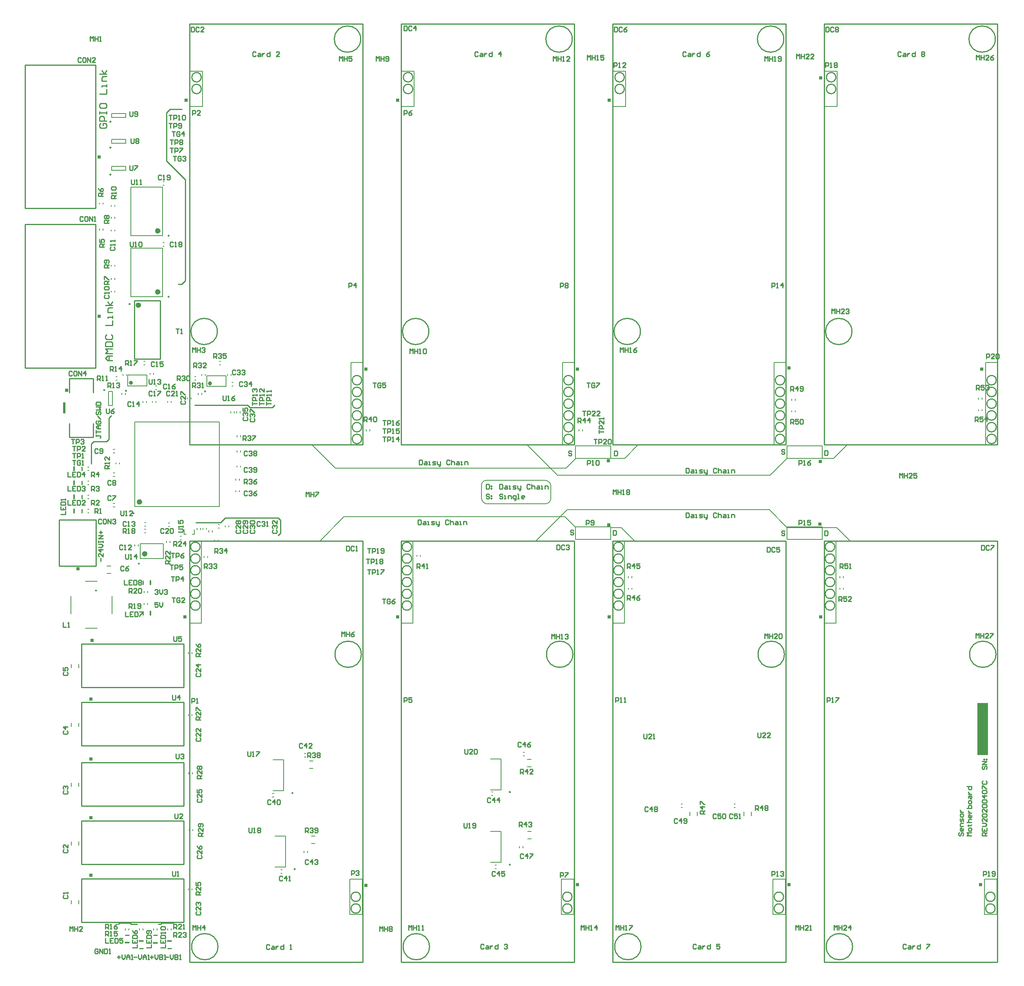
<source format=gto>
G04*
G04 #@! TF.GenerationSoftware,Altium Limited,Altium Designer,20.0.14 (345)*
G04*
G04 Layer_Color=65535*
%FSLAX25Y25*%
%MOIN*%
G70*
G01*
G75*
%ADD10C,0.01000*%
%ADD11C,0.02362*%
%ADD12C,0.00984*%
%ADD13C,0.00800*%
%ADD14C,0.01800*%
%ADD15C,0.00787*%
%ADD16C,0.01200*%
%ADD17R,0.03000X0.03000*%
%ADD18R,0.01968X0.09449*%
G36*
X777000Y163000D02*
X768062D01*
Y207352D01*
X777000D01*
Y163000D01*
D02*
G37*
D10*
X661180Y523800D02*
G03*
X661180Y523800I-11180J0D01*
G01*
X647500Y730300D02*
G03*
X647500Y730300I-4000J0D01*
G01*
Y740300D02*
G03*
X647500Y740300I-4000J0D01*
G01*
X783180Y772800D02*
G03*
X783180Y772800I-11180J0D01*
G01*
X784000Y432300D02*
G03*
X784000Y432300I-4000J0D01*
G01*
Y442300D02*
G03*
X784000Y442300I-4000J0D01*
G01*
Y452300D02*
G03*
X784000Y452300I-4000J0D01*
G01*
Y462300D02*
G03*
X784000Y462300I-4000J0D01*
G01*
Y472300D02*
G03*
X784000Y472300I-4000J0D01*
G01*
Y482300D02*
G03*
X784000Y482300I-4000J0D01*
G01*
X604000D02*
G03*
X604000Y482300I-4000J0D01*
G01*
Y472300D02*
G03*
X604000Y472300I-4000J0D01*
G01*
Y462300D02*
G03*
X604000Y462300I-4000J0D01*
G01*
Y452300D02*
G03*
X604000Y452300I-4000J0D01*
G01*
Y442300D02*
G03*
X604000Y442300I-4000J0D01*
G01*
Y432300D02*
G03*
X604000Y432300I-4000J0D01*
G01*
X603180Y772800D02*
G03*
X603180Y772800I-11180J0D01*
G01*
X467500Y740300D02*
G03*
X467500Y740300I-4000J0D01*
G01*
Y730300D02*
G03*
X467500Y730300I-4000J0D01*
G01*
X481180Y523800D02*
G03*
X481180Y523800I-11180J0D01*
G01*
X301180D02*
G03*
X301180Y523800I-11180J0D01*
G01*
X287500Y730300D02*
G03*
X287500Y730300I-4000J0D01*
G01*
Y740300D02*
G03*
X287500Y740300I-4000J0D01*
G01*
X423180Y772800D02*
G03*
X423180Y772800I-11180J0D01*
G01*
X424000Y432300D02*
G03*
X424000Y432300I-4000J0D01*
G01*
Y442300D02*
G03*
X424000Y442300I-4000J0D01*
G01*
Y452300D02*
G03*
X424000Y452300I-4000J0D01*
G01*
Y462300D02*
G03*
X424000Y462300I-4000J0D01*
G01*
Y472300D02*
G03*
X424000Y472300I-4000J0D01*
G01*
Y482300D02*
G03*
X424000Y482300I-4000J0D01*
G01*
X244000D02*
G03*
X244000Y482300I-4000J0D01*
G01*
Y472300D02*
G03*
X244000Y472300I-4000J0D01*
G01*
Y462300D02*
G03*
X244000Y462300I-4000J0D01*
G01*
Y452300D02*
G03*
X244000Y452300I-4000J0D01*
G01*
Y442300D02*
G03*
X244000Y442300I-4000J0D01*
G01*
Y432300D02*
G03*
X244000Y432300I-4000J0D01*
G01*
X243180Y772800D02*
G03*
X243180Y772800I-11180J0D01*
G01*
X107500Y740300D02*
G03*
X107500Y740300I-4000J0D01*
G01*
Y730300D02*
G03*
X107500Y730300I-4000J0D01*
G01*
X121180Y523800D02*
G03*
X121180Y523800I-11180J0D01*
G01*
X243681Y248916D02*
G03*
X243681Y248916I-11180J0D01*
G01*
X243000Y42415D02*
G03*
X243000Y42415I-4000J0D01*
G01*
Y32416D02*
G03*
X243000Y32416I-4000J0D01*
G01*
X121681Y-84D02*
G03*
X121681Y-84I-11180J0D01*
G01*
X106500Y340415D02*
G03*
X106500Y340415I-4000J0D01*
G01*
Y330415D02*
G03*
X106500Y330415I-4000J0D01*
G01*
Y320415D02*
G03*
X106500Y320415I-4000J0D01*
G01*
Y310415D02*
G03*
X106500Y310415I-4000J0D01*
G01*
Y300415D02*
G03*
X106500Y300415I-4000J0D01*
G01*
Y290415D02*
G03*
X106500Y290415I-4000J0D01*
G01*
X286500Y290415D02*
G03*
X286500Y290415I-4000J0D01*
G01*
Y300415D02*
G03*
X286500Y300415I-4000J0D01*
G01*
Y310415D02*
G03*
X286500Y310415I-4000J0D01*
G01*
Y320415D02*
G03*
X286500Y320415I-4000J0D01*
G01*
Y330415D02*
G03*
X286500Y330415I-4000J0D01*
G01*
Y340415D02*
G03*
X286500Y340415I-4000J0D01*
G01*
X301681Y-84D02*
G03*
X301681Y-84I-11180J0D01*
G01*
X423000Y32416D02*
G03*
X423000Y32416I-4000J0D01*
G01*
Y42415D02*
G03*
X423000Y42415I-4000J0D01*
G01*
X423681Y248916D02*
G03*
X423681Y248916I-11180J0D01*
G01*
X603681D02*
G03*
X603681Y248916I-11180J0D01*
G01*
X603000Y42415D02*
G03*
X603000Y42415I-4000J0D01*
G01*
Y32416D02*
G03*
X603000Y32416I-4000J0D01*
G01*
X481681Y-84D02*
G03*
X481681Y-84I-11180J0D01*
G01*
X466500Y340415D02*
G03*
X466500Y340415I-4000J0D01*
G01*
Y330415D02*
G03*
X466500Y330415I-4000J0D01*
G01*
Y320415D02*
G03*
X466500Y320415I-4000J0D01*
G01*
Y310415D02*
G03*
X466500Y310415I-4000J0D01*
G01*
Y300415D02*
G03*
X466500Y300415I-4000J0D01*
G01*
Y290415D02*
G03*
X466500Y290415I-4000J0D01*
G01*
X646500D02*
G03*
X646500Y290415I-4000J0D01*
G01*
Y300415D02*
G03*
X646500Y300415I-4000J0D01*
G01*
Y310415D02*
G03*
X646500Y310415I-4000J0D01*
G01*
Y320415D02*
G03*
X646500Y320415I-4000J0D01*
G01*
Y330415D02*
G03*
X646500Y330415I-4000J0D01*
G01*
Y340415D02*
G03*
X646500Y340415I-4000J0D01*
G01*
X661681Y-84D02*
G03*
X661681Y-84I-11180J0D01*
G01*
X783000Y32416D02*
G03*
X783000Y32416I-4000J0D01*
G01*
Y42415D02*
G03*
X783000Y42415I-4000J0D01*
G01*
X783681Y248916D02*
G03*
X783681Y248916I-11180J0D01*
G01*
X775000Y427300D02*
X785000D01*
Y497300D01*
X785000Y427300D02*
Y785800D01*
X637500Y427300D02*
X785000D01*
X637500D02*
Y785800D01*
X785000D01*
X457500D02*
X605000D01*
X457500Y427300D02*
Y785800D01*
Y427300D02*
X605000D01*
Y785800D01*
X605000Y427300D02*
Y497300D01*
X595000Y427300D02*
X605000D01*
X415000D02*
X425000D01*
Y497300D01*
X425000Y427300D02*
Y785800D01*
X277500Y427300D02*
X425000D01*
X277500D02*
Y785800D01*
X425000D01*
X97500D02*
X245000D01*
X97500Y427300D02*
Y785800D01*
Y427300D02*
X245000D01*
Y785800D01*
X245000Y427300D02*
Y497300D01*
X235000Y427300D02*
X245000D01*
X97500Y345415D02*
X107500D01*
X97500Y275415D02*
Y345415D01*
X97500Y-13084D02*
Y345415D01*
X245000D01*
Y-13084D02*
Y345415D01*
X97500Y-13084D02*
X245000D01*
X277500Y-13084D02*
X425000D01*
Y345415D01*
X277500D02*
X425000D01*
X277500Y-13084D02*
Y345415D01*
X277500Y275415D02*
Y345415D01*
X287500D01*
X457500D02*
X467500D01*
X457500Y275415D02*
Y345415D01*
X457500Y-13084D02*
Y345415D01*
X605000D01*
Y-13084D02*
Y345415D01*
X457500Y-13084D02*
X605000D01*
X637500D02*
X785000D01*
Y345415D01*
X637500D02*
X785000D01*
X637500Y-13084D02*
Y345415D01*
X637500Y275415D02*
Y345415D01*
X647500D01*
X5500Y156823D02*
X92500D01*
Y119894D02*
Y156823D01*
X5500Y119894D02*
Y156823D01*
Y119894D02*
X92500D01*
X5500Y70084D02*
X92500D01*
X5500D02*
Y107013D01*
X92500Y70084D02*
Y107013D01*
X5500D02*
X92500D01*
X5500Y207992D02*
X92500D01*
Y171063D02*
Y207992D01*
X5500Y171063D02*
Y207992D01*
Y171063D02*
X92500D01*
X5500Y20863D02*
X92500D01*
X5500D02*
Y57792D01*
X92500Y20863D02*
Y57792D01*
X5500D02*
X92500D01*
X5500Y257792D02*
X92500D01*
Y220863D02*
Y257792D01*
X5500Y220863D02*
Y257792D01*
Y220863D02*
X92500D01*
X17748Y492898D02*
Y614946D01*
X-42488D02*
X17748D01*
X-42488Y492898D02*
Y614946D01*
Y492898D02*
X17748D01*
X-42488Y628706D02*
X17748D01*
X-42488D02*
Y750753D01*
X17748D01*
Y628706D02*
Y750753D01*
X-13457Y323957D02*
Y331832D01*
Y323957D02*
X18039D01*
Y331832D01*
X-13457Y355453D02*
Y363328D01*
X18039D01*
Y353485D02*
Y363328D01*
Y331832D02*
Y355453D01*
Y343642D02*
Y355453D01*
X-13457Y331832D02*
Y355453D01*
Y343642D02*
Y355453D01*
X173000Y350000D02*
X175000Y352000D01*
Y363000D01*
X173000Y365000D02*
X175000Y363000D01*
X169000Y365000D02*
X173000D01*
X50500Y550229D02*
X72500D01*
X50500Y500428D02*
X72500D01*
Y550229D01*
X50500Y500428D02*
Y550229D01*
X74000Y20000D02*
X84000D01*
X73000Y19000D02*
X74000Y20000D01*
X71000Y19000D02*
X73000D01*
X37000D02*
X38000Y20000D01*
X47000D01*
X48000Y19000D01*
X53000D01*
X78791Y-1700D02*
X80291D01*
X81791D01*
X66917Y9663D02*
X68417D01*
X69917D01*
X54791Y-1700D02*
X56291D01*
X57791D01*
X42918Y9784D02*
X44418D01*
X45918D01*
X140000Y365000D02*
X169000D01*
X128000D02*
X140000D01*
X124000Y361000D02*
X128000Y365000D01*
X103000Y361000D02*
X124000D01*
X57791Y283800D02*
Y285300D01*
Y282300D02*
Y283800D01*
Y308300D02*
Y309800D01*
Y311300D01*
X168000Y459000D02*
X170000Y461000D01*
X164000Y459000D02*
X168000D01*
X149000D02*
X164000D01*
X147000Y461000D02*
X149000Y459000D01*
X102000Y461000D02*
X147000D01*
X29000Y450000D02*
X31000Y452000D01*
X29000Y432000D02*
Y450000D01*
X27000Y430000D02*
X29000Y432000D01*
X16000Y430000D02*
X27000D01*
X14000Y428000D02*
X16000Y430000D01*
X14000Y411000D02*
Y428000D01*
X5791Y405300D02*
Y406800D01*
Y408300D01*
Y393300D02*
Y394800D01*
Y396300D01*
Y382800D02*
Y384300D01*
Y381300D02*
Y382800D01*
Y370800D02*
Y372300D01*
Y369300D02*
Y370800D01*
X81000Y713000D02*
X91000D01*
X78000Y710000D02*
X81000Y713000D01*
X78000Y687000D02*
Y710000D01*
X88000Y564000D02*
X91000D01*
X94000Y567000D01*
Y621000D01*
X78000Y669000D02*
Y687000D01*
Y669000D02*
X94000Y653000D01*
Y621000D02*
Y653000D01*
X-4593Y483702D02*
X15486D01*
X-4593Y433702D02*
X15486D01*
Y445513D01*
X-4593Y433702D02*
Y445513D01*
Y471890D02*
Y483702D01*
X15486Y471890D02*
Y483702D01*
X165661Y958D02*
X164995Y1624D01*
X163662D01*
X162996Y958D01*
Y-1708D01*
X163662Y-2374D01*
X164995D01*
X165661Y-1708D01*
X167661Y291D02*
X168994D01*
X169660Y-375D01*
Y-2374D01*
X167661D01*
X166994Y-1708D01*
X167661Y-1041D01*
X169660D01*
X170993Y291D02*
Y-2374D01*
Y-1041D01*
X171659Y-375D01*
X172326Y291D01*
X172992D01*
X177657Y1624D02*
Y-2374D01*
X175658D01*
X174992Y-1708D01*
Y-375D01*
X175658Y291D01*
X177657D01*
X182989Y-2374D02*
X184322D01*
X183656D01*
Y1624D01*
X182989Y958D01*
X153836Y761332D02*
X153170Y761999D01*
X151837D01*
X151170Y761332D01*
Y758666D01*
X151837Y758000D01*
X153170D01*
X153836Y758666D01*
X155835Y760666D02*
X157168D01*
X157835Y759999D01*
Y758000D01*
X155835D01*
X155169Y758666D01*
X155835Y759333D01*
X157835D01*
X159168Y760666D02*
Y758000D01*
Y759333D01*
X159834Y759999D01*
X160501Y760666D01*
X161167D01*
X165832Y761999D02*
Y758000D01*
X163833D01*
X163166Y758666D01*
Y759999D01*
X163833Y760666D01*
X165832D01*
X173830Y758000D02*
X171164D01*
X173830Y760666D01*
Y761332D01*
X173163Y761999D01*
X171830D01*
X171164Y761332D01*
X342836D02*
X342170Y761999D01*
X340837D01*
X340170Y761332D01*
Y758666D01*
X340837Y758000D01*
X342170D01*
X342836Y758666D01*
X344835Y760666D02*
X346168D01*
X346835Y759999D01*
Y758000D01*
X344835D01*
X344169Y758666D01*
X344835Y759333D01*
X346835D01*
X348168Y760666D02*
Y758000D01*
Y759333D01*
X348834Y759999D01*
X349501Y760666D01*
X350167D01*
X354832Y761999D02*
Y758000D01*
X352833D01*
X352167Y758666D01*
Y759999D01*
X352833Y760666D01*
X354832D01*
X362163Y758000D02*
Y761999D01*
X360164Y759999D01*
X362830D01*
X776000Y94300D02*
X772001D01*
Y96299D01*
X772668Y96966D01*
X774001D01*
X774667Y96299D01*
Y94300D01*
Y95633D02*
X776000Y96966D01*
X772001Y100964D02*
Y98299D01*
X776000D01*
Y100964D01*
X774001Y98299D02*
Y99632D01*
X772001Y102297D02*
X774667D01*
X776000Y103630D01*
X774667Y104963D01*
X772001D01*
X776000Y108962D02*
Y106296D01*
X773334Y108962D01*
X772668D01*
X772001Y108296D01*
Y106963D01*
X772668Y106296D01*
Y110295D02*
X772001Y110961D01*
Y112294D01*
X772668Y112961D01*
X775333D01*
X776000Y112294D01*
Y110961D01*
X775333Y110295D01*
X772668D01*
X776000Y116959D02*
Y114294D01*
X773334Y116959D01*
X772668D01*
X772001Y116293D01*
Y114960D01*
X772668Y114294D01*
Y118292D02*
X772001Y118959D01*
Y120292D01*
X772668Y120958D01*
X775333D01*
X776000Y120292D01*
Y118959D01*
X775333Y118292D01*
X772668D01*
Y122291D02*
X772001Y122957D01*
Y124290D01*
X772668Y124957D01*
X775333D01*
X776000Y124290D01*
Y122957D01*
X775333Y122291D01*
X772668D01*
X776000Y128289D02*
X772001D01*
X774001Y126290D01*
Y128955D01*
X772668Y130288D02*
X772001Y130955D01*
Y132288D01*
X772668Y132954D01*
X775333D01*
X776000Y132288D01*
Y130955D01*
X775333Y130288D01*
X772668D01*
X772001Y134287D02*
Y136953D01*
X772668D01*
X775333Y134287D01*
X776000D01*
X772668Y140952D02*
X772001Y140285D01*
Y138952D01*
X772668Y138286D01*
X775333D01*
X776000Y138952D01*
Y140285D01*
X775333Y140952D01*
X348004Y1494D02*
X347337Y2160D01*
X346004D01*
X345338Y1494D01*
Y-1172D01*
X346004Y-1838D01*
X347337D01*
X348004Y-1172D01*
X350003Y828D02*
X351336D01*
X352002Y161D01*
Y-1838D01*
X350003D01*
X349337Y-1172D01*
X350003Y-505D01*
X352002D01*
X353335Y828D02*
Y-1838D01*
Y-505D01*
X354002Y161D01*
X354668Y828D01*
X355335D01*
X360000Y2160D02*
Y-1838D01*
X358000D01*
X357334Y-1172D01*
Y161D01*
X358000Y828D01*
X360000D01*
X365332Y1494D02*
X365998Y2160D01*
X367331D01*
X367997Y1494D01*
Y828D01*
X367331Y161D01*
X366664D01*
X367331D01*
X367997Y-505D01*
Y-1172D01*
X367331Y-1838D01*
X365998D01*
X365332Y-1172D01*
X520000Y407332D02*
Y403333D01*
X521999D01*
X522666Y403999D01*
Y406665D01*
X521999Y407332D01*
X520000D01*
X524665Y405999D02*
X525998D01*
X526664Y405332D01*
Y403333D01*
X524665D01*
X523999Y403999D01*
X524665Y404666D01*
X526664D01*
X527997Y403333D02*
X529330D01*
X528664D01*
Y405999D01*
X527997D01*
X531330Y403333D02*
X533329D01*
X533995Y403999D01*
X533329Y404666D01*
X531996D01*
X531330Y405332D01*
X531996Y405999D01*
X533995D01*
X535328D02*
Y403999D01*
X535995Y403333D01*
X537994D01*
Y402666D01*
X537328Y402000D01*
X536661D01*
X537994Y403333D02*
Y405999D01*
X545992Y406665D02*
X545325Y407332D01*
X543992D01*
X543326Y406665D01*
Y403999D01*
X543992Y403333D01*
X545325D01*
X545992Y403999D01*
X547325Y407332D02*
Y403333D01*
Y405332D01*
X547991Y405999D01*
X549324D01*
X549990Y405332D01*
Y403333D01*
X551990Y405999D02*
X553323D01*
X553989Y405332D01*
Y403333D01*
X551990D01*
X551323Y403999D01*
X551990Y404666D01*
X553989D01*
X555322Y403333D02*
X556655D01*
X555988D01*
Y405999D01*
X555322D01*
X558654Y403333D02*
Y405999D01*
X560653D01*
X561320Y405332D01*
Y403333D01*
X350000Y393863D02*
Y389864D01*
X351999D01*
X352666Y390531D01*
Y393197D01*
X351999Y393863D01*
X350000D01*
X353999Y392530D02*
X354665D01*
Y391864D01*
X353999D01*
Y392530D01*
Y390531D02*
X354665D01*
Y389864D01*
X353999D01*
Y390531D01*
X361330Y393863D02*
Y389864D01*
X363329D01*
X363996Y390531D01*
Y393197D01*
X363329Y393863D01*
X361330D01*
X365995Y392530D02*
X367328D01*
X367994Y391864D01*
Y389864D01*
X365995D01*
X365328Y390531D01*
X365995Y391197D01*
X367994D01*
X369327Y389864D02*
X370660D01*
X369994D01*
Y392530D01*
X369327D01*
X372659Y389864D02*
X374659D01*
X375325Y390531D01*
X374659Y391197D01*
X373326D01*
X372659Y391864D01*
X373326Y392530D01*
X375325D01*
X376658D02*
Y390531D01*
X377325Y389864D01*
X379324D01*
Y389198D01*
X378657Y388531D01*
X377991D01*
X379324Y389864D02*
Y392530D01*
X387321Y393197D02*
X386655Y393863D01*
X385322D01*
X384655Y393197D01*
Y390531D01*
X385322Y389864D01*
X386655D01*
X387321Y390531D01*
X388654Y393863D02*
Y389864D01*
Y391864D01*
X389321Y392530D01*
X390653D01*
X391320Y391864D01*
Y389864D01*
X393319Y392530D02*
X394652D01*
X395319Y391864D01*
Y389864D01*
X393319D01*
X392653Y390531D01*
X393319Y391197D01*
X395319D01*
X396652Y389864D02*
X397985D01*
X397318D01*
Y392530D01*
X396652D01*
X399984Y389864D02*
Y392530D01*
X401983D01*
X402650Y391864D01*
Y389864D01*
X352666Y384665D02*
X351999Y385332D01*
X350666D01*
X350000Y384665D01*
Y383999D01*
X350666Y383332D01*
X351999D01*
X352666Y382666D01*
Y381999D01*
X351999Y381333D01*
X350666D01*
X350000Y381999D01*
X353999Y383999D02*
X354665D01*
Y383332D01*
X353999D01*
Y383999D01*
Y381999D02*
X354665D01*
Y381333D01*
X353999D01*
Y381999D01*
X363996Y384665D02*
X363329Y385332D01*
X361996D01*
X361330Y384665D01*
Y383999D01*
X361996Y383332D01*
X363329D01*
X363996Y382666D01*
Y381999D01*
X363329Y381333D01*
X361996D01*
X361330Y381999D01*
X365328Y381333D02*
X366661D01*
X365995D01*
Y383999D01*
X365328D01*
X368661Y381333D02*
Y383999D01*
X370660D01*
X371326Y383332D01*
Y381333D01*
X373992Y380000D02*
X374659D01*
X375325Y380666D01*
Y383999D01*
X373326D01*
X372659Y383332D01*
Y381999D01*
X373326Y381333D01*
X375325D01*
X376658D02*
X377991D01*
X377325D01*
Y385332D01*
X376658D01*
X381990Y381333D02*
X380657D01*
X379990Y381999D01*
Y383332D01*
X380657Y383999D01*
X381990D01*
X382656Y383332D01*
Y382666D01*
X379990D01*
X772668Y153666D02*
X772001Y152999D01*
Y151666D01*
X772668Y151000D01*
X773334D01*
X774001Y151666D01*
Y152999D01*
X774667Y153666D01*
X775334D01*
X776000Y152999D01*
Y151666D01*
X775334Y151000D01*
X776000Y154999D02*
X772001D01*
X776000Y157665D01*
X772001D01*
X773334Y158997D02*
Y159664D01*
X774001D01*
Y158997D01*
X773334D01*
X775334D02*
Y159664D01*
X776000D01*
Y158997D01*
X775334D01*
X292853Y414500D02*
Y410501D01*
X294852D01*
X295519Y411167D01*
Y413833D01*
X294852Y414500D01*
X292853D01*
X297518Y413167D02*
X298851D01*
X299517Y412500D01*
Y410501D01*
X297518D01*
X296852Y411167D01*
X297518Y411834D01*
X299517D01*
X300850Y410501D02*
X302183D01*
X301517D01*
Y413167D01*
X300850D01*
X304183Y410501D02*
X306182D01*
X306848Y411167D01*
X306182Y411834D01*
X304849D01*
X304183Y412500D01*
X304849Y413167D01*
X306848D01*
X308181D02*
Y411167D01*
X308848Y410501D01*
X310847D01*
Y409835D01*
X310181Y409168D01*
X309514D01*
X310847Y410501D02*
Y413167D01*
X318845Y413833D02*
X318178Y414500D01*
X316845D01*
X316179Y413833D01*
Y411167D01*
X316845Y410501D01*
X318178D01*
X318845Y411167D01*
X320177Y414500D02*
Y410501D01*
Y412500D01*
X320844Y413167D01*
X322177D01*
X322843Y412500D01*
Y410501D01*
X324843Y413167D02*
X326175D01*
X326842Y412500D01*
Y410501D01*
X324843D01*
X324176Y411167D01*
X324843Y411834D01*
X326842D01*
X328175Y410501D02*
X329508D01*
X328841D01*
Y413167D01*
X328175D01*
X331507Y410501D02*
Y413167D01*
X333506D01*
X334173Y412500D01*
Y410501D01*
X707268Y1499D02*
X706602Y2166D01*
X705269D01*
X704603Y1499D01*
Y-1166D01*
X705269Y-1833D01*
X706602D01*
X707268Y-1166D01*
X709268Y833D02*
X710601D01*
X711267Y166D01*
Y-1833D01*
X709268D01*
X708601Y-1166D01*
X709268Y-500D01*
X711267D01*
X712600Y833D02*
Y-1833D01*
Y-500D01*
X713267Y166D01*
X713933Y833D01*
X714600D01*
X719265Y2166D02*
Y-1833D01*
X717265D01*
X716599Y-1166D01*
Y166D01*
X717265Y833D01*
X719265D01*
X724596Y2166D02*
X727262D01*
Y1499D01*
X724596Y-1166D01*
Y-1833D01*
X702836Y761332D02*
X702170Y761999D01*
X700837D01*
X700170Y761332D01*
Y758666D01*
X700837Y758000D01*
X702170D01*
X702836Y758666D01*
X704836Y760666D02*
X706168D01*
X706835Y759999D01*
Y758000D01*
X704836D01*
X704169Y758666D01*
X704836Y759333D01*
X706835D01*
X708168Y760666D02*
Y758000D01*
Y759333D01*
X708834Y759999D01*
X709501Y760666D01*
X710167D01*
X714832Y761999D02*
Y758000D01*
X712833D01*
X712167Y758666D01*
Y759999D01*
X712833Y760666D01*
X714832D01*
X720164Y761332D02*
X720830Y761999D01*
X722163D01*
X722830Y761332D01*
Y760666D01*
X722163Y759999D01*
X722830Y759333D01*
Y758666D01*
X722163Y758000D01*
X720830D01*
X720164Y758666D01*
Y759333D01*
X720830Y759999D01*
X720164Y760666D01*
Y761332D01*
X720830Y759999D02*
X722163D01*
X520004Y761332D02*
X519337Y761999D01*
X518004D01*
X517338Y761332D01*
Y758666D01*
X518004Y758000D01*
X519337D01*
X520004Y758666D01*
X522003Y760666D02*
X523336D01*
X524002Y759999D01*
Y758000D01*
X522003D01*
X521337Y758666D01*
X522003Y759333D01*
X524002D01*
X525335Y760666D02*
Y758000D01*
Y759333D01*
X526002Y759999D01*
X526668Y760666D01*
X527335D01*
X532000Y761999D02*
Y758000D01*
X530000D01*
X529334Y758666D01*
Y759999D01*
X530000Y760666D01*
X532000D01*
X539997Y761999D02*
X538664Y761332D01*
X537331Y759999D01*
Y758666D01*
X537998Y758000D01*
X539331D01*
X539997Y758666D01*
Y759333D01*
X539331Y759999D01*
X537331D01*
X520000Y369332D02*
Y365333D01*
X521999D01*
X522666Y365999D01*
Y368665D01*
X521999Y369332D01*
X520000D01*
X524665Y367999D02*
X525998D01*
X526664Y367332D01*
Y365333D01*
X524665D01*
X523999Y365999D01*
X524665Y366666D01*
X526664D01*
X527997Y365333D02*
X529330D01*
X528664D01*
Y367999D01*
X527997D01*
X531330Y365333D02*
X533329D01*
X533995Y365999D01*
X533329Y366666D01*
X531996D01*
X531330Y367332D01*
X531996Y367999D01*
X533995D01*
X535328D02*
Y365999D01*
X535995Y365333D01*
X537994D01*
Y364666D01*
X537328Y364000D01*
X536661D01*
X537994Y365333D02*
Y367999D01*
X545992Y368665D02*
X545325Y369332D01*
X543992D01*
X543326Y368665D01*
Y365999D01*
X543992Y365333D01*
X545325D01*
X545992Y365999D01*
X547325Y369332D02*
Y365333D01*
Y367332D01*
X547991Y367999D01*
X549324D01*
X549990Y367332D01*
Y365333D01*
X551990Y367999D02*
X553323D01*
X553989Y367332D01*
Y365333D01*
X551990D01*
X551323Y365999D01*
X551990Y366666D01*
X553989D01*
X555322Y365333D02*
X556655D01*
X555988D01*
Y367999D01*
X555322D01*
X558654Y365333D02*
Y367999D01*
X560653D01*
X561320Y367332D01*
Y365333D01*
X528555Y1321D02*
X527888Y1987D01*
X526556D01*
X525889Y1321D01*
Y-1345D01*
X526556Y-2012D01*
X527888D01*
X528555Y-1345D01*
X530554Y654D02*
X531887D01*
X532554Y-12D01*
Y-2012D01*
X530554D01*
X529888Y-1345D01*
X530554Y-679D01*
X532554D01*
X533887Y654D02*
Y-2012D01*
Y-679D01*
X534553Y-12D01*
X535219Y654D01*
X535886D01*
X540551Y1987D02*
Y-2012D01*
X538552D01*
X537885Y-1345D01*
Y-12D01*
X538552Y654D01*
X540551D01*
X548549Y1987D02*
X545883D01*
Y-12D01*
X547216Y654D01*
X547882D01*
X548549Y-12D01*
Y-1345D01*
X547882Y-2012D01*
X546549D01*
X545883Y-1345D01*
X752469Y96966D02*
X751803Y96299D01*
Y94966D01*
X752469Y94300D01*
X753136D01*
X753802Y94966D01*
Y96299D01*
X754469Y96966D01*
X755135D01*
X755802Y96299D01*
Y94966D01*
X755135Y94300D01*
X755802Y100298D02*
Y98965D01*
X755135Y98299D01*
X753802D01*
X753136Y98965D01*
Y100298D01*
X753802Y100964D01*
X754469D01*
Y98299D01*
X755802Y102297D02*
X753136D01*
Y104297D01*
X753802Y104963D01*
X755802D01*
Y106296D02*
Y108296D01*
X755135Y108962D01*
X754469Y108296D01*
Y106963D01*
X753802Y106296D01*
X753136Y106963D01*
Y108962D01*
X755802Y110961D02*
Y112294D01*
X755135Y112961D01*
X753802D01*
X753136Y112294D01*
Y110961D01*
X753802Y110295D01*
X755135D01*
X755802Y110961D01*
X753136Y114294D02*
X755802D01*
X754469D01*
X753802Y114960D01*
X753136Y115626D01*
Y116293D01*
X763000Y94300D02*
X759001D01*
X760334Y95633D01*
X759001Y96966D01*
X763000D01*
Y98965D02*
Y100298D01*
X762334Y100964D01*
X761001D01*
X760334Y100298D01*
Y98965D01*
X761001Y98299D01*
X762334D01*
X763000Y98965D01*
X759668Y102964D02*
X760334D01*
Y102297D01*
Y103630D01*
Y102964D01*
X762334D01*
X763000Y103630D01*
X759001Y105630D02*
X763000D01*
X761001D01*
X760334Y106296D01*
Y107629D01*
X761001Y108296D01*
X763000D01*
Y111628D02*
Y110295D01*
X762334Y109628D01*
X761001D01*
X760334Y110295D01*
Y111628D01*
X761001Y112294D01*
X761667D01*
Y109628D01*
X760334Y113627D02*
X763000D01*
X761667D01*
X761001Y114294D01*
X760334Y114960D01*
Y115626D01*
X759001Y117626D02*
X763000D01*
Y119625D01*
X762334Y120292D01*
X761667D01*
X761001D01*
X760334Y119625D01*
Y117626D01*
X763000Y122291D02*
Y123624D01*
X762334Y124290D01*
X761001D01*
X760334Y123624D01*
Y122291D01*
X761001Y121625D01*
X762334D01*
X763000Y122291D01*
X760334Y126290D02*
Y127623D01*
X761001Y128289D01*
X763000D01*
Y126290D01*
X762334Y125623D01*
X761667Y126290D01*
Y128289D01*
X760334Y129622D02*
X763000D01*
X761667D01*
X761001Y130288D01*
X760334Y130955D01*
Y131621D01*
X759001Y136286D02*
X763000D01*
Y134287D01*
X762334Y133621D01*
X761001D01*
X760334Y134287D01*
Y136286D01*
X292000Y363332D02*
Y359333D01*
X293999D01*
X294666Y359999D01*
Y362665D01*
X293999Y363332D01*
X292000D01*
X296665Y361999D02*
X297998D01*
X298664Y361332D01*
Y359333D01*
X296665D01*
X295999Y359999D01*
X296665Y360666D01*
X298664D01*
X299997Y359333D02*
X301330D01*
X300664D01*
Y361999D01*
X299997D01*
X303330Y359333D02*
X305329D01*
X305995Y359999D01*
X305329Y360666D01*
X303996D01*
X303330Y361332D01*
X303996Y361999D01*
X305995D01*
X307328D02*
Y359999D01*
X307995Y359333D01*
X309994D01*
Y358666D01*
X309328Y358000D01*
X308661D01*
X309994Y359333D02*
Y361999D01*
X317992Y362665D02*
X317325Y363332D01*
X315992D01*
X315326Y362665D01*
Y359999D01*
X315992Y359333D01*
X317325D01*
X317992Y359999D01*
X319324Y363332D02*
Y359333D01*
Y361332D01*
X319991Y361999D01*
X321324D01*
X321990Y361332D01*
Y359333D01*
X323990Y361999D02*
X325323D01*
X325989Y361332D01*
Y359333D01*
X323990D01*
X323323Y359999D01*
X323990Y360666D01*
X325989D01*
X327322Y359333D02*
X328655D01*
X327988D01*
Y361999D01*
X327322D01*
X330654Y359333D02*
Y361999D01*
X332653D01*
X333320Y361332D01*
Y359333D01*
X18001Y435666D02*
Y434333D01*
Y434999D01*
X21334D01*
X22000Y434333D01*
Y433666D01*
X21334Y433000D01*
X18001Y436999D02*
Y439665D01*
Y438332D01*
X22000D01*
Y440997D02*
X19334D01*
X18001Y442330D01*
X19334Y443663D01*
X22000D01*
X20001D01*
Y440997D01*
X18668Y447662D02*
X18001Y446995D01*
Y445663D01*
X18668Y444996D01*
X21334D01*
X22000Y445663D01*
Y446995D01*
X21334Y447662D01*
X20001D01*
Y446329D01*
X22000Y448995D02*
X19334Y451661D01*
X18668Y455659D02*
X18001Y454993D01*
Y453660D01*
X18668Y452993D01*
X19334D01*
X20001Y453660D01*
Y454993D01*
X20667Y455659D01*
X21334D01*
X22000Y454993D01*
Y453660D01*
X21334Y452993D01*
X18001Y456992D02*
X22000D01*
X20667Y458325D01*
X22000Y459658D01*
X18001D01*
Y460991D02*
X22000D01*
Y462990D01*
X21334Y463657D01*
X18668D01*
X18001Y462990D01*
Y460991D01*
X22002Y700999D02*
X21002Y699999D01*
Y698000D01*
X22002Y697000D01*
X26000D01*
X27000Y698000D01*
Y699999D01*
X26000Y700999D01*
X24001D01*
Y698999D01*
X27000Y702998D02*
X21002D01*
Y705997D01*
X22002Y706997D01*
X24001D01*
X25001Y705997D01*
Y702998D01*
X21002Y708996D02*
Y710995D01*
Y709996D01*
X27000D01*
Y708996D01*
Y710995D01*
X21002Y716994D02*
Y714994D01*
X22002Y713995D01*
X26000D01*
X27000Y714994D01*
Y716994D01*
X26000Y717993D01*
X22002D01*
X21002Y716994D01*
Y725991D02*
X27000D01*
Y729989D01*
Y731989D02*
Y733988D01*
Y732988D01*
X23001D01*
Y731989D01*
X27000Y736987D02*
X23001D01*
Y739986D01*
X24001Y740986D01*
X27000D01*
Y742985D02*
X21002D01*
X25001D02*
X23001Y745984D01*
X25001Y742985D02*
X27000Y745984D01*
X637862Y354112D02*
Y350114D01*
X639861D01*
X640527Y350780D01*
Y353446D01*
X639861Y354112D01*
X637862D01*
Y422520D02*
Y418522D01*
X639861D01*
X640527Y419188D01*
Y421854D01*
X639861Y422520D01*
X637862D01*
X604022Y353301D02*
X603356Y353967D01*
X602023D01*
X601356Y353301D01*
Y352634D01*
X602023Y351968D01*
X603356D01*
X604022Y351302D01*
Y350635D01*
X603356Y349969D01*
X602023D01*
X601356Y350635D01*
X604063Y422586D02*
X603397Y423253D01*
X602064D01*
X601398Y422586D01*
Y421920D01*
X602064Y421254D01*
X603397D01*
X604063Y420587D01*
Y419921D01*
X603397Y419254D01*
X602064D01*
X601398Y419921D01*
X424217Y354094D02*
X423550Y354761D01*
X422217D01*
X421551Y354094D01*
Y353428D01*
X422217Y352761D01*
X423550D01*
X424217Y352095D01*
Y351429D01*
X423550Y350762D01*
X422217D01*
X421551Y351429D01*
X457784Y354487D02*
Y350489D01*
X459784D01*
X460450Y351155D01*
Y353821D01*
X459784Y354487D01*
X457784D01*
X422666Y421332D02*
X421999Y421999D01*
X420666D01*
X420000Y421332D01*
Y420666D01*
X420666Y419999D01*
X421999D01*
X422666Y419333D01*
Y418666D01*
X421999Y418000D01*
X420666D01*
X420000Y418666D01*
X459000Y421999D02*
Y418000D01*
X460999D01*
X461666Y418666D01*
Y421332D01*
X460999Y421999D01*
X459000D01*
X22001Y328000D02*
Y330666D01*
X24000Y334665D02*
Y331999D01*
X21334Y334665D01*
X20668D01*
X20001Y333998D01*
Y332665D01*
X20668Y331999D01*
X24000Y337997D02*
X20001D01*
X22001Y335997D01*
Y338663D01*
X20001Y339996D02*
X22667D01*
X24000Y341329D01*
X22667Y342662D01*
X20001D01*
Y343995D02*
Y345328D01*
Y344661D01*
X24000D01*
Y343995D01*
Y345328D01*
Y347327D02*
X20001D01*
X24000Y349993D01*
X20001D01*
X22001Y351326D02*
Y353992D01*
X20668Y352659D02*
X23334D01*
X32000Y499000D02*
X28001D01*
X26002Y500999D01*
X28001Y502999D01*
X32000D01*
X29001D01*
Y499000D01*
X32000Y504998D02*
X26002D01*
X28001Y506997D01*
X26002Y508997D01*
X32000D01*
X26002Y510996D02*
X32000D01*
Y513995D01*
X31000Y514995D01*
X27002D01*
X26002Y513995D01*
Y510996D01*
X27002Y520993D02*
X26002Y519993D01*
Y517994D01*
X27002Y516994D01*
X31000D01*
X32000Y517994D01*
Y519993D01*
X31000Y520993D01*
X26002Y528990D02*
X32000D01*
Y532989D01*
Y534988D02*
Y536988D01*
Y535988D01*
X28001D01*
Y534988D01*
X32000Y539987D02*
X28001D01*
Y542986D01*
X29001Y543986D01*
X32000D01*
Y545985D02*
X26002D01*
X30001D02*
X28001Y548984D01*
X30001Y545985D02*
X32000Y548984D01*
X-4332Y13001D02*
Y16999D01*
X-2999Y15666D01*
X-1666Y16999D01*
Y13001D01*
X-333Y16999D02*
Y13001D01*
Y15000D01*
X2333D01*
Y16999D01*
Y13001D01*
X6332D02*
X3666D01*
X6332Y15666D01*
Y16333D01*
X5665Y16999D01*
X4332D01*
X3666Y16333D01*
X613336Y14001D02*
Y17999D01*
X614668Y16667D01*
X616001Y17999D01*
Y14001D01*
X617334Y17999D02*
Y14001D01*
Y16000D01*
X620000D01*
Y17999D01*
Y14001D01*
X623999D02*
X621333D01*
X623999Y16667D01*
Y17333D01*
X623332Y17999D01*
X621999D01*
X621333Y17333D01*
X625332Y14001D02*
X626664D01*
X625998D01*
Y17999D01*
X625332Y17333D01*
X430633Y14100D02*
Y18099D01*
X431966Y16766D01*
X433299Y18099D01*
Y14100D01*
X434632Y18099D02*
Y14100D01*
Y16099D01*
X437298D01*
Y18099D01*
Y14100D01*
X438631D02*
X439963D01*
X439297D01*
Y18099D01*
X438631Y17432D01*
X443962Y14100D02*
Y18099D01*
X441963Y16099D01*
X444629D01*
X458002Y385001D02*
Y388999D01*
X459335Y387666D01*
X460668Y388999D01*
Y385001D01*
X462001Y388999D02*
Y385001D01*
Y387000D01*
X464667D01*
Y388999D01*
Y385001D01*
X466000D02*
X467333D01*
X466666D01*
Y388999D01*
X466000Y388333D01*
X469332D02*
X469998Y388999D01*
X471331D01*
X471998Y388333D01*
Y387666D01*
X471331Y387000D01*
X471998Y386334D01*
Y385667D01*
X471331Y385001D01*
X469998D01*
X469332Y385667D01*
Y386334D01*
X469998Y387000D01*
X469332Y387666D01*
Y388333D01*
X469998Y387000D02*
X471331D01*
X196668Y383001D02*
Y386999D01*
X198001Y385666D01*
X199334Y386999D01*
Y383001D01*
X200667Y386999D02*
Y383001D01*
Y385000D01*
X203333D01*
Y386999D01*
Y383001D01*
X204666Y386999D02*
X207332D01*
Y386333D01*
X204666Y383667D01*
Y383001D01*
X701669Y399001D02*
Y402999D01*
X703002Y401666D01*
X704335Y402999D01*
Y399001D01*
X705668Y402999D02*
Y399001D01*
Y401000D01*
X708334D01*
Y402999D01*
Y399001D01*
X712332D02*
X709666D01*
X712332Y401666D01*
Y402333D01*
X711666Y402999D01*
X710333D01*
X709666Y402333D01*
X716331Y402999D02*
X713665D01*
Y401000D01*
X714998Y401666D01*
X715664D01*
X716331Y401000D01*
Y399667D01*
X715664Y399001D01*
X714332D01*
X713665Y399667D01*
X259117Y13001D02*
Y16999D01*
X260450Y15666D01*
X261783Y16999D01*
Y13001D01*
X263115Y16999D02*
Y13001D01*
Y15000D01*
X265781D01*
Y16999D01*
Y13001D01*
X267114Y16333D02*
X267781Y16999D01*
X269113D01*
X269780Y16333D01*
Y15666D01*
X269113Y15000D01*
X269780Y14333D01*
Y13667D01*
X269113Y13001D01*
X267781D01*
X267114Y13667D01*
Y14333D01*
X267781Y15000D01*
X267114Y15666D01*
Y16333D01*
X267781Y15000D02*
X269113D01*
X47668Y687999D02*
Y684667D01*
X48334Y684001D01*
X49667D01*
X50334Y684667D01*
Y687999D01*
X51666Y687333D02*
X52333Y687999D01*
X53666D01*
X54332Y687333D01*
Y686666D01*
X53666Y686000D01*
X54332Y685334D01*
Y684667D01*
X53666Y684001D01*
X52333D01*
X51666Y684667D01*
Y685334D01*
X52333Y686000D01*
X51666Y686666D01*
Y687333D01*
X52333Y686000D02*
X53666D01*
X46668Y664999D02*
Y661667D01*
X47334Y661001D01*
X48667D01*
X49334Y661667D01*
Y664999D01*
X50666D02*
X53332D01*
Y664333D01*
X50666Y661667D01*
Y661001D01*
X46668Y710999D02*
Y707667D01*
X47334Y707001D01*
X48667D01*
X49334Y707667D01*
Y710999D01*
X50666Y707667D02*
X51333Y707001D01*
X52666D01*
X53332Y707667D01*
Y710333D01*
X52666Y710999D01*
X51333D01*
X50666Y710333D01*
Y709666D01*
X51333Y709000D01*
X53332D01*
X26668Y457999D02*
Y454667D01*
X27334Y454001D01*
X28667D01*
X29334Y454667D01*
Y457999D01*
X33332D02*
X31999Y457333D01*
X30667Y456000D01*
Y454667D01*
X31333Y454001D01*
X32666D01*
X33332Y454667D01*
Y455334D01*
X32666Y456000D01*
X30667D01*
X82668Y296999D02*
X85334D01*
X84001D01*
Y293001D01*
X89333Y296333D02*
X88666Y296999D01*
X87334D01*
X86667Y296333D01*
Y293667D01*
X87334Y293001D01*
X88666D01*
X89333Y293667D01*
Y295000D01*
X88000D01*
X93332Y293001D02*
X90666D01*
X93332Y295666D01*
Y296333D01*
X92665Y296999D01*
X91332D01*
X90666Y296333D01*
X253668Y479999D02*
X256334D01*
X255001D01*
Y476001D01*
X260333Y479333D02*
X259666Y479999D01*
X258334D01*
X257667Y479333D01*
Y476667D01*
X258334Y476001D01*
X259666D01*
X260333Y476667D01*
Y478000D01*
X259000D01*
X264332Y479999D02*
X261666D01*
Y478000D01*
X262999Y478666D01*
X263665D01*
X264332Y478000D01*
Y476667D01*
X263665Y476001D01*
X262332D01*
X261666Y476667D01*
X82668Y693999D02*
X85334D01*
X84001D01*
Y690001D01*
X89333Y693333D02*
X88666Y693999D01*
X87334D01*
X86667Y693333D01*
Y690667D01*
X87334Y690001D01*
X88666D01*
X89333Y690667D01*
Y692000D01*
X88000D01*
X92665Y690001D02*
Y693999D01*
X90666Y692000D01*
X93332D01*
X83668Y672999D02*
X86334D01*
X85001D01*
Y669001D01*
X90333Y672333D02*
X89666Y672999D01*
X88334D01*
X87667Y672333D01*
Y669667D01*
X88334Y669001D01*
X89666D01*
X90333Y669667D01*
Y671000D01*
X89000D01*
X91666Y672333D02*
X92332Y672999D01*
X93665D01*
X94332Y672333D01*
Y671666D01*
X93665Y671000D01*
X92999D01*
X93665D01*
X94332Y670334D01*
Y669667D01*
X93665Y669001D01*
X92332D01*
X91666Y669667D01*
X435668Y479999D02*
X438334D01*
X437001D01*
Y476001D01*
X442333Y479333D02*
X441666Y479999D01*
X440334D01*
X439667Y479333D01*
Y476667D01*
X440334Y476001D01*
X441666D01*
X442333Y476667D01*
Y478000D01*
X441000D01*
X443666Y479999D02*
X446332D01*
Y479333D01*
X443666Y476667D01*
Y476001D01*
X261668Y295999D02*
X264334D01*
X263001D01*
Y292001D01*
X268333Y295333D02*
X267666Y295999D01*
X266334D01*
X265667Y295333D01*
Y292667D01*
X266334Y292001D01*
X267666D01*
X268333Y292667D01*
Y294000D01*
X267000D01*
X272332Y295999D02*
X270999Y295333D01*
X269666Y294000D01*
Y292667D01*
X270332Y292001D01*
X271665D01*
X272332Y292667D01*
Y293334D01*
X271665Y294000D01*
X269666D01*
X24999Y595668D02*
X21001D01*
Y597667D01*
X21667Y598334D01*
X23000D01*
X23666Y597667D01*
Y595668D01*
Y597001D02*
X24999Y598334D01*
X21001Y602332D02*
Y599667D01*
X23000D01*
X22333Y600999D01*
Y601666D01*
X23000Y602332D01*
X24333D01*
X24999Y601666D01*
Y600333D01*
X24333Y599667D01*
X-10000Y275999D02*
Y272000D01*
X-7334D01*
X-6001D02*
X-4668D01*
X-5335D01*
Y275999D01*
X-6001Y275332D01*
X5335Y756333D02*
X4668Y756999D01*
X3336D01*
X2669Y756333D01*
Y753667D01*
X3336Y753001D01*
X4668D01*
X5335Y753667D01*
X8667Y756999D02*
X7334D01*
X6668Y756333D01*
Y753667D01*
X7334Y753001D01*
X8667D01*
X9334Y753667D01*
Y756333D01*
X8667Y756999D01*
X10667Y753001D02*
Y756999D01*
X13332Y753001D01*
Y756999D01*
X17331Y753001D02*
X14665D01*
X17331Y755666D01*
Y756333D01*
X16665Y756999D01*
X15332D01*
X14665Y756333D01*
X-2334Y489332D02*
X-3001Y489999D01*
X-4334D01*
X-5000Y489332D01*
Y486666D01*
X-4334Y486000D01*
X-3001D01*
X-2334Y486666D01*
X998Y489999D02*
X-335D01*
X-1001Y489332D01*
Y486666D01*
X-335Y486000D01*
X998D01*
X1664Y486666D01*
Y489332D01*
X998Y489999D01*
X2997Y486000D02*
Y489999D01*
X5663Y486000D01*
Y489999D01*
X8996Y486000D02*
Y489999D01*
X6996Y487999D01*
X9662D01*
X464000Y506000D02*
Y509999D01*
X465333Y508666D01*
X466666Y509999D01*
Y506000D01*
X467999Y509999D02*
Y506000D01*
Y507999D01*
X470665D01*
Y509999D01*
Y506000D01*
X471997D02*
X473330D01*
X472664D01*
Y509999D01*
X471997Y509332D01*
X477995Y509999D02*
X476663Y509332D01*
X475330Y507999D01*
Y506666D01*
X475996Y506000D01*
X477329D01*
X477995Y506666D01*
Y507333D01*
X477329Y507999D01*
X475330D01*
X26000Y9000D02*
Y12999D01*
X27999D01*
X28666Y12332D01*
Y10999D01*
X27999Y10333D01*
X26000D01*
X27333D02*
X28666Y9000D01*
X29999D02*
X31332D01*
X30665D01*
Y12999D01*
X29999Y12332D01*
X35997Y12999D02*
X33331D01*
Y10999D01*
X34664Y11666D01*
X35330D01*
X35997Y10999D01*
Y9667D01*
X35330Y9000D01*
X33997D01*
X33331Y9667D01*
X26000Y15000D02*
Y18999D01*
X27999D01*
X28666Y18332D01*
Y16999D01*
X27999Y16333D01*
X26000D01*
X27333D02*
X28666Y15000D01*
X29999D02*
X31332D01*
X30665D01*
Y18999D01*
X29999Y18332D01*
X35997Y18999D02*
X34664Y18332D01*
X33331Y16999D01*
Y15666D01*
X33997Y15000D01*
X35330D01*
X35997Y15666D01*
Y16333D01*
X35330Y16999D01*
X33331D01*
X-11999Y368000D02*
X-8000D01*
Y370666D01*
X-11999Y374664D02*
Y371999D01*
X-8000D01*
Y374664D01*
X-9999Y371999D02*
Y373332D01*
X-11999Y375997D02*
X-8000D01*
Y377997D01*
X-8666Y378663D01*
X-11332D01*
X-11999Y377997D01*
Y375997D01*
X-8000Y379996D02*
Y381329D01*
Y380663D01*
X-11999D01*
X-11332Y379996D01*
X73001Y-1000D02*
X77000D01*
Y1666D01*
X73001Y5664D02*
Y2999D01*
X77000D01*
Y5664D01*
X75001Y2999D02*
Y4332D01*
X73001Y6997D02*
X77000D01*
Y8997D01*
X76334Y9663D01*
X73668D01*
X73001Y8997D01*
Y6997D01*
X77000Y10996D02*
Y12329D01*
Y11663D01*
X73001D01*
X73668Y10996D01*
Y14328D02*
X73001Y14995D01*
Y16328D01*
X73668Y16994D01*
X76334D01*
X77000Y16328D01*
Y14995D01*
X76334Y14328D01*
X73668D01*
X61001Y-1000D02*
X65000D01*
Y1666D01*
X61001Y5664D02*
Y2999D01*
X65000D01*
Y5664D01*
X63001Y2999D02*
Y4332D01*
X61001Y6997D02*
X65000D01*
Y8997D01*
X64334Y9663D01*
X61668D01*
X61001Y8997D01*
Y6997D01*
X64334Y10996D02*
X65000Y11663D01*
Y12995D01*
X64334Y13662D01*
X61668D01*
X61001Y12995D01*
Y11663D01*
X61668Y10996D01*
X62334D01*
X63001Y11663D01*
Y13662D01*
X49001Y-1000D02*
X53000D01*
Y1666D01*
X49001Y5664D02*
Y2999D01*
X53000D01*
Y5664D01*
X51001Y2999D02*
Y4332D01*
X49001Y6997D02*
X53000D01*
Y8997D01*
X52334Y9663D01*
X49668D01*
X49001Y8997D01*
Y6997D01*
Y13662D02*
X49668Y12329D01*
X51001Y10996D01*
X52334D01*
X53000Y11663D01*
Y12995D01*
X52334Y13662D01*
X51667D01*
X51001Y12995D01*
Y10996D01*
X26000Y6999D02*
Y3000D01*
X28666D01*
X32664Y6999D02*
X29999D01*
Y3000D01*
X32664D01*
X29999Y4999D02*
X31332D01*
X33997Y6999D02*
Y3000D01*
X35997D01*
X36663Y3666D01*
Y6332D01*
X35997Y6999D01*
X33997D01*
X40662D02*
X37996D01*
Y4999D01*
X39329Y5666D01*
X39996D01*
X40662Y4999D01*
Y3666D01*
X39996Y3000D01*
X38663D01*
X37996Y3666D01*
X-6000Y403999D02*
Y400000D01*
X-3334D01*
X665Y403999D02*
X-2001D01*
Y400000D01*
X665D01*
X-2001Y401999D02*
X-668D01*
X1997Y403999D02*
Y400000D01*
X3997D01*
X4663Y400666D01*
Y403332D01*
X3997Y403999D01*
X1997D01*
X7995Y400000D02*
Y403999D01*
X5996Y401999D01*
X8662D01*
X-2000Y413999D02*
X666D01*
X-667D01*
Y410000D01*
X4665Y413332D02*
X3998Y413999D01*
X2665D01*
X1999Y413332D01*
Y410666D01*
X2665Y410000D01*
X3998D01*
X4665Y410666D01*
Y411999D01*
X3332D01*
X5997Y410000D02*
X7330D01*
X6664D01*
Y413999D01*
X5997Y413332D01*
X-2000Y425999D02*
X666D01*
X-667D01*
Y422000D01*
X1999D02*
Y425999D01*
X3998D01*
X4665Y425332D01*
Y423999D01*
X3998Y423333D01*
X1999D01*
X8663Y422000D02*
X5997D01*
X8663Y424666D01*
Y425332D01*
X7997Y425999D01*
X6664D01*
X5997Y425332D01*
X-2000Y419999D02*
X666D01*
X-667D01*
Y416000D01*
X1999D02*
Y419999D01*
X3998D01*
X4665Y419332D01*
Y417999D01*
X3998Y417333D01*
X1999D01*
X5997Y416000D02*
X7330D01*
X6664D01*
Y419999D01*
X5997Y419332D01*
X-3000Y431999D02*
X-334D01*
X-1667D01*
Y428000D01*
X999D02*
Y431999D01*
X2998D01*
X3664Y431332D01*
Y429999D01*
X2998Y429333D01*
X999D01*
X4997Y431332D02*
X5664Y431999D01*
X6997D01*
X7663Y431332D01*
Y430666D01*
X6997Y429999D01*
X6330D01*
X6997D01*
X7663Y429333D01*
Y428666D01*
X6997Y428000D01*
X5664D01*
X4997Y428666D01*
X157001Y461000D02*
Y463666D01*
Y462333D01*
X161000D01*
Y464999D02*
X157001D01*
Y466998D01*
X157668Y467664D01*
X159001D01*
X159667Y466998D01*
Y464999D01*
X161000Y468997D02*
Y470330D01*
Y469664D01*
X157001D01*
X157668Y468997D01*
X161000Y474996D02*
Y472330D01*
X158334Y474996D01*
X157668D01*
X157001Y474329D01*
Y472996D01*
X157668Y472330D01*
X163001Y461000D02*
Y463666D01*
Y462333D01*
X167000D01*
Y464999D02*
X163001D01*
Y466998D01*
X163668Y467664D01*
X165001D01*
X165667Y466998D01*
Y464999D01*
X167000Y468997D02*
Y470330D01*
Y469664D01*
X163001D01*
X163668Y468997D01*
X167000Y472330D02*
Y473663D01*
Y472996D01*
X163001D01*
X163668Y472330D01*
X151001Y461000D02*
Y463666D01*
Y462333D01*
X155000D01*
Y464999D02*
X151001D01*
Y466998D01*
X151668Y467664D01*
X153001D01*
X153667Y466998D01*
Y464999D01*
X155000Y468997D02*
Y470330D01*
Y469664D01*
X151001D01*
X151668Y468997D01*
Y472330D02*
X151001Y472996D01*
Y474329D01*
X151668Y474996D01*
X152334D01*
X153001Y474329D01*
Y473663D01*
Y474329D01*
X153667Y474996D01*
X154333D01*
X155000Y474329D01*
Y472996D01*
X154333Y472330D01*
X81000Y686999D02*
X83666D01*
X82333D01*
Y683000D01*
X84999D02*
Y686999D01*
X86998D01*
X87665Y686332D01*
Y684999D01*
X86998Y684333D01*
X84999D01*
X88997Y686332D02*
X89664Y686999D01*
X90997D01*
X91663Y686332D01*
Y685666D01*
X90997Y684999D01*
X91663Y684333D01*
Y683666D01*
X90997Y683000D01*
X89664D01*
X88997Y683666D01*
Y684333D01*
X89664Y684999D01*
X88997Y685666D01*
Y686332D01*
X89664Y684999D02*
X90997D01*
X81000Y679999D02*
X83666D01*
X82333D01*
Y676000D01*
X84999D02*
Y679999D01*
X86998D01*
X87665Y679332D01*
Y677999D01*
X86998Y677333D01*
X84999D01*
X88997Y679999D02*
X91663D01*
Y679332D01*
X88997Y676666D01*
Y676000D01*
X80000Y707999D02*
X82666D01*
X81333D01*
Y704000D01*
X83999D02*
Y707999D01*
X85998D01*
X86664Y707332D01*
Y705999D01*
X85998Y705333D01*
X83999D01*
X87997Y704000D02*
X89330D01*
X88664D01*
Y707999D01*
X87997Y707332D01*
X91330D02*
X91996Y707999D01*
X93329D01*
X93995Y707332D01*
Y704666D01*
X93329Y704000D01*
X91996D01*
X91330Y704666D01*
Y707332D01*
X80000Y700999D02*
X82666D01*
X81333D01*
Y697000D01*
X83999D02*
Y700999D01*
X85998D01*
X86664Y700332D01*
Y698999D01*
X85998Y698333D01*
X83999D01*
X87997Y697666D02*
X88664Y697000D01*
X89997D01*
X90663Y697666D01*
Y700332D01*
X89997Y700999D01*
X88664D01*
X87997Y700332D01*
Y699666D01*
X88664Y698999D01*
X90663D01*
X248000Y329999D02*
X250666D01*
X249333D01*
Y326000D01*
X251999D02*
Y329999D01*
X253998D01*
X254664Y329332D01*
Y327999D01*
X253998Y327333D01*
X251999D01*
X255997Y326000D02*
X257330D01*
X256664D01*
Y329999D01*
X255997Y329332D01*
X259330D02*
X259996Y329999D01*
X261329D01*
X261996Y329332D01*
Y328666D01*
X261329Y327999D01*
X261996Y327333D01*
Y326666D01*
X261329Y326000D01*
X259996D01*
X259330Y326666D01*
Y327333D01*
X259996Y327999D01*
X259330Y328666D01*
Y329332D01*
X259996Y327999D02*
X261329D01*
X81000Y324999D02*
X83666D01*
X82333D01*
Y321000D01*
X84999D02*
Y324999D01*
X86998D01*
X87665Y324332D01*
Y322999D01*
X86998Y322333D01*
X84999D01*
X91663Y324999D02*
X88997D01*
Y322999D01*
X90330Y323666D01*
X90997D01*
X91663Y322999D01*
Y321666D01*
X90997Y321000D01*
X89664D01*
X88997Y321666D01*
X262000Y440999D02*
X264666D01*
X263333D01*
Y437000D01*
X265999D02*
Y440999D01*
X267998D01*
X268665Y440332D01*
Y438999D01*
X267998Y438333D01*
X265999D01*
X269997Y437000D02*
X271330D01*
X270664D01*
Y440999D01*
X269997Y440332D01*
X275995Y440999D02*
X273330D01*
Y438999D01*
X274663Y439666D01*
X275329D01*
X275995Y438999D01*
Y437666D01*
X275329Y437000D01*
X273996D01*
X273330Y437666D01*
X446001Y437000D02*
Y439666D01*
Y438333D01*
X450000D01*
Y440999D02*
X446001D01*
Y442998D01*
X446668Y443665D01*
X448001D01*
X448667Y442998D01*
Y440999D01*
X450000Y447663D02*
Y444997D01*
X447334Y447663D01*
X446668D01*
X446001Y446997D01*
Y445664D01*
X446668Y444997D01*
X450000Y448996D02*
Y450329D01*
Y449663D01*
X446001D01*
X446668Y448996D01*
X249000Y338999D02*
X251666D01*
X250333D01*
Y335000D01*
X252999D02*
Y338999D01*
X254998D01*
X255664Y338332D01*
Y336999D01*
X254998Y336333D01*
X252999D01*
X256997Y335000D02*
X258330D01*
X257664D01*
Y338999D01*
X256997Y338332D01*
X260330Y335666D02*
X260996Y335000D01*
X262329D01*
X262996Y335666D01*
Y338332D01*
X262329Y338999D01*
X260996D01*
X260330Y338332D01*
Y337666D01*
X260996Y336999D01*
X262996D01*
X82000Y334999D02*
X84666D01*
X83333D01*
Y331000D01*
X85999D02*
Y334999D01*
X87998D01*
X88665Y334332D01*
Y332999D01*
X87998Y332333D01*
X85999D01*
X92663Y334999D02*
X91330Y334332D01*
X89997Y332999D01*
Y331666D01*
X90664Y331000D01*
X91997D01*
X92663Y331666D01*
Y332333D01*
X91997Y332999D01*
X89997D01*
X262000Y433999D02*
X264666D01*
X263333D01*
Y430000D01*
X265999D02*
Y433999D01*
X267998D01*
X268665Y433332D01*
Y431999D01*
X267998Y431333D01*
X265999D01*
X269997Y430000D02*
X271330D01*
X270664D01*
Y433999D01*
X269997Y433332D01*
X275329Y430000D02*
Y433999D01*
X273330Y431999D01*
X275995D01*
X441709Y432199D02*
X444375D01*
X443042D01*
Y428200D01*
X445707D02*
Y432199D01*
X447707D01*
X448373Y431532D01*
Y430199D01*
X447707Y429533D01*
X445707D01*
X452372Y428200D02*
X449706D01*
X452372Y430866D01*
Y431532D01*
X451706Y432199D01*
X450373D01*
X449706Y431532D01*
X453705D02*
X454371Y432199D01*
X455704D01*
X456371Y431532D01*
Y428866D01*
X455704Y428200D01*
X454371D01*
X453705Y428866D01*
Y431532D01*
X249000Y320999D02*
X251666D01*
X250333D01*
Y317000D01*
X252999D02*
Y320999D01*
X254998D01*
X255664Y320332D01*
Y318999D01*
X254998Y318333D01*
X252999D01*
X256997Y317000D02*
X258330D01*
X257664D01*
Y320999D01*
X256997Y320332D01*
X260330Y320999D02*
X262996D01*
Y320332D01*
X260330Y317666D01*
Y317000D01*
X82000Y314999D02*
X84666D01*
X83333D01*
Y311000D01*
X85999D02*
Y314999D01*
X87998D01*
X88665Y314332D01*
Y312999D01*
X87998Y312333D01*
X85999D01*
X91997Y311000D02*
Y314999D01*
X89997Y312999D01*
X92663D01*
X84000Y263999D02*
Y260666D01*
X84666Y260000D01*
X85999D01*
X86666Y260666D01*
Y263999D01*
X90664D02*
X87999D01*
Y261999D01*
X89332Y262666D01*
X89998D01*
X90664Y261999D01*
Y260666D01*
X89998Y260000D01*
X88665D01*
X87999Y260666D01*
X83000Y63999D02*
Y60666D01*
X83666Y60000D01*
X84999D01*
X85666Y60666D01*
Y63999D01*
X86999Y60000D02*
X88332D01*
X87665D01*
Y63999D01*
X86999Y63332D01*
X83000Y213999D02*
Y210666D01*
X83666Y210000D01*
X84999D01*
X85666Y210666D01*
Y213999D01*
X88998Y210000D02*
Y213999D01*
X86999Y211999D01*
X89665D01*
X147000Y165999D02*
Y162666D01*
X147667Y162000D01*
X148999D01*
X149666Y162666D01*
Y165999D01*
X150999Y162000D02*
X152332D01*
X151665D01*
Y165999D01*
X150999Y165332D01*
X154331Y165999D02*
X156997D01*
Y165332D01*
X154331Y162666D01*
Y162000D01*
X43000Y333999D02*
Y330666D01*
X43666Y330000D01*
X44999D01*
X45666Y330666D01*
Y333999D01*
X46999Y330000D02*
X48332D01*
X47665D01*
Y333999D01*
X46999Y333332D01*
X52330Y330000D02*
Y333999D01*
X50331Y331999D01*
X52997D01*
X88001Y353000D02*
X91334D01*
X92000Y353666D01*
Y354999D01*
X91334Y355666D01*
X88001D01*
X92000Y356999D02*
Y358332D01*
Y357665D01*
X88001D01*
X88668Y356999D01*
X88001Y362997D02*
Y360331D01*
X90001D01*
X89334Y361664D01*
Y362330D01*
X90001Y362997D01*
X91334D01*
X92000Y362330D01*
Y360997D01*
X91334Y360331D01*
X581000Y181999D02*
Y178666D01*
X581666Y178000D01*
X582999D01*
X583666Y178666D01*
Y181999D01*
X587665Y178000D02*
X584999D01*
X587665Y180666D01*
Y181332D01*
X586998Y181999D01*
X585665D01*
X584999Y181332D01*
X591663Y178000D02*
X588997D01*
X591663Y180666D01*
Y181332D01*
X590997Y181999D01*
X589664D01*
X588997Y181332D01*
X39000Y370999D02*
Y367666D01*
X39666Y367000D01*
X40999D01*
X41666Y367666D01*
Y370999D01*
X42999Y367000D02*
X44332D01*
X43665D01*
Y370999D01*
X42999Y370332D01*
X48997Y367000D02*
X46331D01*
X48997Y369666D01*
Y370332D01*
X48330Y370999D01*
X46997D01*
X46331Y370332D01*
X48000Y652999D02*
Y649666D01*
X48666Y649000D01*
X49999D01*
X50666Y649666D01*
Y652999D01*
X51999Y649000D02*
X53332D01*
X52665D01*
Y652999D01*
X51999Y652332D01*
X55331Y649000D02*
X56664D01*
X55997D01*
Y652999D01*
X55331Y652332D01*
X484000Y180999D02*
Y177666D01*
X484666Y177000D01*
X485999D01*
X486666Y177666D01*
Y180999D01*
X490664Y177000D02*
X487999D01*
X490664Y179666D01*
Y180332D01*
X489998Y180999D01*
X488665D01*
X487999Y180332D01*
X491997Y177000D02*
X493330D01*
X492664D01*
Y180999D01*
X491997Y180332D01*
X147808Y101220D02*
Y97888D01*
X148475Y97221D01*
X149808D01*
X150474Y97888D01*
Y101220D01*
X151807Y97221D02*
X153140D01*
X152474D01*
Y101220D01*
X151807Y100554D01*
X155139D02*
X155806Y101220D01*
X157139D01*
X157805Y100554D01*
Y99887D01*
X157139Y99221D01*
X157805Y98554D01*
Y97888D01*
X157139Y97221D01*
X155806D01*
X155139Y97888D01*
Y98554D01*
X155806Y99221D01*
X155139Y99887D01*
Y100554D01*
X155806Y99221D02*
X157139D01*
X331000Y104999D02*
Y101666D01*
X331666Y101000D01*
X332999D01*
X333666Y101666D01*
Y104999D01*
X334999Y101000D02*
X336332D01*
X335665D01*
Y104999D01*
X334999Y104332D01*
X338331Y101666D02*
X338997Y101000D01*
X340330D01*
X340997Y101666D01*
Y104332D01*
X340330Y104999D01*
X338997D01*
X338331Y104332D01*
Y103666D01*
X338997Y102999D01*
X340997D01*
X19666Y-2668D02*
X18999Y-2001D01*
X17666D01*
X17000Y-2668D01*
Y-5334D01*
X17666Y-6000D01*
X18999D01*
X19666Y-5334D01*
Y-4001D01*
X18333D01*
X20999Y-6000D02*
Y-2001D01*
X23664Y-6000D01*
Y-2001D01*
X24997D02*
Y-6000D01*
X26997D01*
X27663Y-5334D01*
Y-2668D01*
X26997Y-2001D01*
X24997D01*
X28996Y-6000D02*
X30329D01*
X29663D01*
Y-2001D01*
X28996Y-2668D01*
X36000Y-9001D02*
X38666D01*
X37333Y-7668D02*
Y-10334D01*
X39999Y-7001D02*
Y-9667D01*
X41332Y-11000D01*
X42665Y-9667D01*
Y-7001D01*
X43997Y-11000D02*
Y-8334D01*
X45330Y-7001D01*
X46663Y-8334D01*
Y-11000D01*
Y-9001D01*
X43997D01*
X47996Y-11000D02*
X49329D01*
X48663D01*
Y-7001D01*
X47996Y-7668D01*
X86000Y525999D02*
X88666D01*
X87333D01*
Y522000D01*
X89999D02*
X91332D01*
X90665D01*
Y525999D01*
X89999Y525332D01*
X107000Y247000D02*
X103001D01*
Y248999D01*
X103668Y249666D01*
X105001D01*
X105667Y248999D01*
Y247000D01*
Y248333D02*
X107000Y249666D01*
Y253664D02*
Y250999D01*
X104334Y253664D01*
X103668D01*
X103001Y252998D01*
Y251665D01*
X103668Y250999D01*
X103001Y257663D02*
X103668Y256330D01*
X105001Y254997D01*
X106333D01*
X107000Y255664D01*
Y256997D01*
X106333Y257663D01*
X105667D01*
X105001Y256997D01*
Y254997D01*
X107000Y44000D02*
X103001D01*
Y45999D01*
X103668Y46666D01*
X105001D01*
X105667Y45999D01*
Y44000D01*
Y45333D02*
X107000Y46666D01*
Y50665D02*
Y47999D01*
X104334Y50665D01*
X103668D01*
X103001Y49998D01*
Y48665D01*
X103668Y47999D01*
X103001Y54663D02*
Y51997D01*
X105001D01*
X104334Y53330D01*
Y53997D01*
X105001Y54663D01*
X106333D01*
X107000Y53997D01*
Y52664D01*
X106333Y51997D01*
X107000Y193000D02*
X103001D01*
Y194999D01*
X103668Y195666D01*
X105001D01*
X105667Y194999D01*
Y193000D01*
Y194333D02*
X107000Y195666D01*
Y199664D02*
Y196999D01*
X104334Y199664D01*
X103668D01*
X103001Y198998D01*
Y197665D01*
X103668Y196999D01*
X103001Y200997D02*
Y203663D01*
X103668D01*
X106333Y200997D01*
X107000D01*
X198000Y161000D02*
Y164999D01*
X199999D01*
X200666Y164332D01*
Y162999D01*
X199999Y162333D01*
X198000D01*
X199333D02*
X200666Y161000D01*
X201999Y164332D02*
X202665Y164999D01*
X203998D01*
X204664Y164332D01*
Y163666D01*
X203998Y162999D01*
X203332D01*
X203998D01*
X204664Y162333D01*
Y161667D01*
X203998Y161000D01*
X202665D01*
X201999Y161667D01*
X205997Y164332D02*
X206664Y164999D01*
X207997D01*
X208663Y164332D01*
Y163666D01*
X207997Y162999D01*
X208663Y162333D01*
Y161667D01*
X207997Y161000D01*
X206664D01*
X205997Y161667D01*
Y162333D01*
X206664Y162999D01*
X205997Y163666D01*
Y164332D01*
X206664Y162999D02*
X207997D01*
X29415Y407041D02*
X25416D01*
Y409040D01*
X26083Y409707D01*
X27415D01*
X28082Y409040D01*
Y407041D01*
Y408374D02*
X29415Y409707D01*
Y411040D02*
Y412373D01*
Y411706D01*
X25416D01*
X26083Y411040D01*
X29415Y417038D02*
Y414372D01*
X26749Y417038D01*
X26083D01*
X25416Y416371D01*
Y415038D01*
X26083Y414372D01*
X41000Y352000D02*
Y355999D01*
X42999D01*
X43666Y355332D01*
Y353999D01*
X42999Y353333D01*
X41000D01*
X42333D02*
X43666Y352000D01*
X44999D02*
X46332D01*
X45665D01*
Y355999D01*
X44999Y355332D01*
X48331D02*
X48997Y355999D01*
X50330D01*
X50997Y355332D01*
Y354666D01*
X50330Y353999D01*
X50997Y353333D01*
Y352666D01*
X50330Y352000D01*
X48997D01*
X48331Y352666D01*
Y353333D01*
X48997Y353999D01*
X48331Y354666D01*
Y355332D01*
X48997Y353999D02*
X50330D01*
X81000Y326000D02*
X77001D01*
Y327999D01*
X77668Y328666D01*
X79001D01*
X79667Y327999D01*
Y326000D01*
Y327333D02*
X81000Y328666D01*
Y332664D02*
Y329999D01*
X78334Y332664D01*
X77668D01*
X77001Y331998D01*
Y330665D01*
X77668Y329999D01*
X81000Y336663D02*
Y333997D01*
X78334Y336663D01*
X77668D01*
X77001Y335997D01*
Y334664D01*
X77668Y333997D01*
X143000Y431000D02*
Y434999D01*
X144999D01*
X145666Y434332D01*
Y432999D01*
X144999Y432333D01*
X143000D01*
X144333D02*
X145666Y431000D01*
X146999Y434332D02*
X147665Y434999D01*
X148998D01*
X149664Y434332D01*
Y433666D01*
X148998Y432999D01*
X148332D01*
X148998D01*
X149664Y432333D01*
Y431666D01*
X148998Y431000D01*
X147665D01*
X146999Y431666D01*
X150997Y434999D02*
X153663D01*
Y434332D01*
X150997Y431666D01*
Y431000D01*
X119000Y335000D02*
Y338999D01*
X120999D01*
X121666Y338332D01*
Y336999D01*
X120999Y336333D01*
X119000D01*
X120333D02*
X121666Y335000D01*
X122999Y338332D02*
X123665Y338999D01*
X124998D01*
X125664Y338332D01*
Y337666D01*
X124998Y336999D01*
X124332D01*
X124998D01*
X125664Y336333D01*
Y335666D01*
X124998Y335000D01*
X123665D01*
X122999Y335666D01*
X128997Y335000D02*
Y338999D01*
X126997Y336999D01*
X129663D01*
X84000Y8000D02*
Y11999D01*
X85999D01*
X86666Y11332D01*
Y9999D01*
X85999Y9333D01*
X84000D01*
X85333D02*
X86666Y8000D01*
X90664D02*
X87999D01*
X90664Y10666D01*
Y11332D01*
X89998Y11999D01*
X88665D01*
X87999Y11332D01*
X91997D02*
X92664Y11999D01*
X93997D01*
X94663Y11332D01*
Y10666D01*
X93997Y9999D01*
X93330D01*
X93997D01*
X94663Y9333D01*
Y8666D01*
X93997Y8000D01*
X92664D01*
X91997Y8666D01*
X579000Y116000D02*
Y119999D01*
X580999D01*
X581666Y119332D01*
Y117999D01*
X580999Y117333D01*
X579000D01*
X580333D02*
X581666Y116000D01*
X584998D02*
Y119999D01*
X582999Y117999D01*
X585665D01*
X586997Y119332D02*
X587664Y119999D01*
X588997D01*
X589663Y119332D01*
Y118666D01*
X588997Y117999D01*
X589663Y117333D01*
Y116666D01*
X588997Y116000D01*
X587664D01*
X586997Y116666D01*
Y117333D01*
X587664Y117999D01*
X586997Y118666D01*
Y119332D01*
X587664Y117999D02*
X588997D01*
X84000Y15000D02*
Y18999D01*
X85999D01*
X86666Y18332D01*
Y16999D01*
X85999Y16333D01*
X84000D01*
X85333D02*
X86666Y15000D01*
X90664D02*
X87999D01*
X90664Y17666D01*
Y18332D01*
X89998Y18999D01*
X88665D01*
X87999Y18332D01*
X91997Y15000D02*
X93330D01*
X92664D01*
Y18999D01*
X91997Y18332D01*
X46000Y288000D02*
Y291999D01*
X47999D01*
X48666Y291332D01*
Y289999D01*
X47999Y289333D01*
X46000D01*
X47333D02*
X48666Y288000D01*
X49999D02*
X51332D01*
X50665D01*
Y291999D01*
X49999Y291332D01*
X53331Y288666D02*
X53997Y288000D01*
X55330D01*
X55997Y288666D01*
Y291332D01*
X55330Y291999D01*
X53997D01*
X53331Y291332D01*
Y290666D01*
X53997Y289999D01*
X55997D01*
X536000Y113000D02*
X532001D01*
Y114999D01*
X532668Y115666D01*
X534001D01*
X534667Y114999D01*
Y113000D01*
Y114333D02*
X536000Y115666D01*
Y118998D02*
X532001D01*
X534001Y116999D01*
Y119665D01*
X532001Y120997D02*
Y123663D01*
X532668D01*
X535334Y120997D01*
X536000D01*
X195808Y97221D02*
Y101220D01*
X197808D01*
X198474Y100554D01*
Y99221D01*
X197808Y98554D01*
X195808D01*
X197141D02*
X198474Y97221D01*
X199807Y100554D02*
X200474Y101220D01*
X201806D01*
X202473Y100554D01*
Y99887D01*
X201806Y99221D01*
X201140D01*
X201806D01*
X202473Y98554D01*
Y97888D01*
X201806Y97221D01*
X200474D01*
X199807Y97888D01*
X203806D02*
X204472Y97221D01*
X205805D01*
X206472Y97888D01*
Y100554D01*
X205805Y101220D01*
X204472D01*
X203806Y100554D01*
Y99887D01*
X204472Y99221D01*
X206472D01*
X378000Y102000D02*
Y105999D01*
X379999D01*
X380666Y105332D01*
Y103999D01*
X379999Y103333D01*
X378000D01*
X379333D02*
X380666Y102000D01*
X383998D02*
Y105999D01*
X381999Y103999D01*
X384665D01*
X385997Y105332D02*
X386664Y105999D01*
X387997D01*
X388663Y105332D01*
Y104666D01*
X387997Y103999D01*
X387330D01*
X387997D01*
X388663Y103333D01*
Y102666D01*
X387997Y102000D01*
X386664D01*
X385997Y102666D01*
X84000Y341000D02*
Y344999D01*
X85999D01*
X86666Y344332D01*
Y342999D01*
X85999Y342333D01*
X84000D01*
X85333D02*
X86666Y341000D01*
X90664D02*
X87999D01*
X90664Y343666D01*
Y344332D01*
X89998Y344999D01*
X88665D01*
X87999Y344332D01*
X93997Y341000D02*
Y344999D01*
X91997Y342999D01*
X94663D01*
X17000Y369000D02*
Y372999D01*
X18999D01*
X19666Y372332D01*
Y370999D01*
X18999Y370333D01*
X17000D01*
X18333D02*
X19666Y369000D01*
X20999D02*
X22332D01*
X21665D01*
Y372999D01*
X20999Y372332D01*
X14000Y376000D02*
Y379999D01*
X15999D01*
X16666Y379332D01*
Y377999D01*
X15999Y377333D01*
X14000D01*
X15333D02*
X16666Y376000D01*
X20664D02*
X17999D01*
X20664Y378666D01*
Y379332D01*
X19998Y379999D01*
X18665D01*
X17999Y379332D01*
X14000Y388000D02*
Y391999D01*
X15999D01*
X16666Y391332D01*
Y389999D01*
X15999Y389333D01*
X14000D01*
X15333D02*
X16666Y388000D01*
X17999Y391332D02*
X18665Y391999D01*
X19998D01*
X20664Y391332D01*
Y390666D01*
X19998Y389999D01*
X19332D01*
X19998D01*
X20664Y389333D01*
Y388666D01*
X19998Y388000D01*
X18665D01*
X17999Y388666D01*
X14000Y400000D02*
Y403999D01*
X15999D01*
X16666Y403332D01*
Y401999D01*
X15999Y401333D01*
X14000D01*
X15333D02*
X16666Y400000D01*
X19998D02*
Y403999D01*
X17999Y401999D01*
X20664D01*
X144000Y394000D02*
Y397999D01*
X145999D01*
X146666Y397332D01*
Y395999D01*
X145999Y395333D01*
X144000D01*
X145333D02*
X146666Y394000D01*
X147999Y397332D02*
X148665Y397999D01*
X149998D01*
X150664Y397332D01*
Y396666D01*
X149998Y395999D01*
X149332D01*
X149998D01*
X150664Y395333D01*
Y394666D01*
X149998Y394000D01*
X148665D01*
X147999Y394666D01*
X154663Y397999D02*
X153330Y397332D01*
X151997Y395999D01*
Y394666D01*
X152664Y394000D01*
X153997D01*
X154663Y394666D01*
Y395333D01*
X153997Y395999D01*
X151997D01*
X29000Y564000D02*
X25001D01*
Y565999D01*
X25668Y566666D01*
X27001D01*
X27667Y565999D01*
Y564000D01*
Y565333D02*
X29000Y566666D01*
X25001Y567999D02*
Y570665D01*
X25668D01*
X28334Y567999D01*
X29000D01*
Y616000D02*
X25001D01*
Y617999D01*
X25668Y618666D01*
X27001D01*
X27667Y617999D01*
Y616000D01*
Y617333D02*
X29000Y618666D01*
X25668Y619999D02*
X25001Y620665D01*
Y621998D01*
X25668Y622664D01*
X26334D01*
X27001Y621998D01*
X27667Y622664D01*
X28334D01*
X29000Y621998D01*
Y620665D01*
X28334Y619999D01*
X27667D01*
X27001Y620665D01*
X26334Y619999D01*
X25668D01*
X27001Y620665D02*
Y621998D01*
X29000Y578000D02*
X25001D01*
Y579999D01*
X25668Y580666D01*
X27001D01*
X27667Y579999D01*
Y578000D01*
Y579333D02*
X29000Y580666D01*
X28334Y581999D02*
X29000Y582665D01*
Y583998D01*
X28334Y584664D01*
X25668D01*
X25001Y583998D01*
Y582665D01*
X25668Y581999D01*
X26334D01*
X27001Y582665D01*
Y584664D01*
X35000Y637000D02*
X31001D01*
Y638999D01*
X31668Y639666D01*
X33001D01*
X33667Y638999D01*
Y637000D01*
Y638333D02*
X35000Y639666D01*
Y640999D02*
Y642332D01*
Y641665D01*
X31001D01*
X31668Y640999D01*
Y644331D02*
X31001Y644997D01*
Y646330D01*
X31668Y646997D01*
X34334D01*
X35000Y646330D01*
Y644997D01*
X34334Y644331D01*
X31668D01*
X24000Y639000D02*
X20001D01*
Y640999D01*
X20668Y641666D01*
X22001D01*
X22667Y640999D01*
Y639000D01*
Y640333D02*
X24000Y641666D01*
X20001Y645665D02*
X20668Y644332D01*
X22001Y642999D01*
X23334D01*
X24000Y643665D01*
Y644998D01*
X23334Y645665D01*
X22667D01*
X22001Y644998D01*
Y642999D01*
X379000Y147000D02*
Y150999D01*
X380999D01*
X381666Y150332D01*
Y148999D01*
X380999Y148333D01*
X379000D01*
X380333D02*
X381666Y147000D01*
X384998D02*
Y150999D01*
X382999Y148999D01*
X385665D01*
X389663Y147000D02*
X386997D01*
X389663Y149666D01*
Y150332D01*
X388997Y150999D01*
X387664D01*
X386997Y150332D01*
X46000Y301000D02*
Y304999D01*
X47999D01*
X48666Y304332D01*
Y302999D01*
X47999Y302333D01*
X46000D01*
X47333D02*
X48666Y301000D01*
X52665D02*
X49999D01*
X52665Y303666D01*
Y304332D01*
X51998Y304999D01*
X50665D01*
X49999Y304332D01*
X53997D02*
X54664Y304999D01*
X55997D01*
X56663Y304332D01*
Y301666D01*
X55997Y301000D01*
X54664D01*
X53997Y301666D01*
Y304332D01*
X19000Y482000D02*
Y485999D01*
X20999D01*
X21666Y485332D01*
Y483999D01*
X20999Y483333D01*
X19000D01*
X20333D02*
X21666Y482000D01*
X22999D02*
X24332D01*
X23665D01*
Y485999D01*
X22999Y485332D01*
X26331Y482000D02*
X27664D01*
X26997D01*
Y485999D01*
X26331Y485332D01*
X87000Y482000D02*
Y485999D01*
X88999D01*
X89666Y485332D01*
Y483999D01*
X88999Y483333D01*
X87000D01*
X88333D02*
X89666Y482000D01*
X90999Y485332D02*
X91665Y485999D01*
X92998D01*
X93664Y485332D01*
Y484666D01*
X92998Y483999D01*
X92332D01*
X92998D01*
X93664Y483333D01*
Y482666D01*
X92998Y482000D01*
X91665D01*
X90999Y482666D01*
X94997Y485332D02*
X95664Y485999D01*
X96997D01*
X97663Y485332D01*
Y482666D01*
X96997Y482000D01*
X95664D01*
X94997Y482666D01*
Y485332D01*
X101000Y493000D02*
Y496999D01*
X102999D01*
X103666Y496332D01*
Y494999D01*
X102999Y494333D01*
X101000D01*
X102333D02*
X103666Y493000D01*
X104999Y496332D02*
X105665Y496999D01*
X106998D01*
X107665Y496332D01*
Y495666D01*
X106998Y494999D01*
X106332D01*
X106998D01*
X107665Y494333D01*
Y493666D01*
X106998Y493000D01*
X105665D01*
X104999Y493666D01*
X111663Y493000D02*
X108997D01*
X111663Y495666D01*
Y496332D01*
X110997Y496999D01*
X109664D01*
X108997Y496332D01*
X28000Y476000D02*
Y479999D01*
X29999D01*
X30666Y479332D01*
Y477999D01*
X29999Y477333D01*
X28000D01*
X29333D02*
X30666Y476000D01*
X31999D02*
X33332D01*
X32665D01*
Y479999D01*
X31999Y479332D01*
X35331D02*
X35997Y479999D01*
X37330D01*
X37997Y479332D01*
Y478666D01*
X37330Y477999D01*
X36664D01*
X37330D01*
X37997Y477333D01*
Y476666D01*
X37330Y476000D01*
X35997D01*
X35331Y476666D01*
X100000Y476000D02*
Y479999D01*
X101999D01*
X102666Y479332D01*
Y477999D01*
X101999Y477333D01*
X100000D01*
X101333D02*
X102666Y476000D01*
X103999Y479332D02*
X104665Y479999D01*
X105998D01*
X106665Y479332D01*
Y478666D01*
X105998Y477999D01*
X105332D01*
X105998D01*
X106665Y477333D01*
Y476666D01*
X105998Y476000D01*
X104665D01*
X103999Y476666D01*
X107997Y476000D02*
X109330D01*
X108664D01*
Y479999D01*
X107997Y479332D01*
X109000Y94000D02*
X105001D01*
Y95999D01*
X105668Y96666D01*
X107001D01*
X107667Y95999D01*
Y94000D01*
Y95333D02*
X109000Y96666D01*
Y100664D02*
Y97999D01*
X106334Y100664D01*
X105668D01*
X105001Y99998D01*
Y98665D01*
X105668Y97999D01*
X108334Y101997D02*
X109000Y102664D01*
Y103997D01*
X108334Y104663D01*
X105668D01*
X105001Y103997D01*
Y102664D01*
X105668Y101997D01*
X106334D01*
X107001Y102664D01*
Y104663D01*
X30000Y490000D02*
Y493999D01*
X31999D01*
X32666Y493332D01*
Y491999D01*
X31999Y491333D01*
X30000D01*
X31333D02*
X32666Y490000D01*
X33999D02*
X35332D01*
X34665D01*
Y493999D01*
X33999Y493332D01*
X39330Y490000D02*
Y493999D01*
X37331Y491999D01*
X39997D01*
X108000Y143000D02*
X104001D01*
Y144999D01*
X104668Y145666D01*
X106001D01*
X106667Y144999D01*
Y143000D01*
Y144333D02*
X108000Y145666D01*
Y149664D02*
Y146999D01*
X105334Y149664D01*
X104668D01*
X104001Y148998D01*
Y147665D01*
X104668Y146999D01*
Y150997D02*
X104001Y151664D01*
Y152997D01*
X104668Y153663D01*
X105334D01*
X106001Y152997D01*
X106667Y153663D01*
X107334D01*
X108000Y152997D01*
Y151664D01*
X107334Y150997D01*
X106667D01*
X106001Y151664D01*
X105334Y150997D01*
X104668D01*
X106001Y151664D02*
Y152997D01*
X43000Y495000D02*
Y498999D01*
X44999D01*
X45666Y498332D01*
Y496999D01*
X44999Y496333D01*
X43000D01*
X44333D02*
X45666Y495000D01*
X46999D02*
X48332D01*
X47665D01*
Y498999D01*
X46999Y498332D01*
X50331Y498999D02*
X52997D01*
Y498332D01*
X50331Y495666D01*
Y495000D01*
X118000Y501000D02*
Y504999D01*
X119999D01*
X120666Y504332D01*
Y502999D01*
X119999Y502333D01*
X118000D01*
X119333D02*
X120666Y501000D01*
X121999Y504332D02*
X122665Y504999D01*
X123998D01*
X124664Y504332D01*
Y503666D01*
X123998Y502999D01*
X123332D01*
X123998D01*
X124664Y502333D01*
Y501666D01*
X123998Y501000D01*
X122665D01*
X121999Y501666D01*
X128663Y504999D02*
X125997D01*
Y502999D01*
X127330Y503666D01*
X127997D01*
X128663Y502999D01*
Y501666D01*
X127997Y501000D01*
X126664D01*
X125997Y501666D01*
X291000Y322000D02*
Y325999D01*
X292999D01*
X293666Y325332D01*
Y323999D01*
X292999Y323333D01*
X291000D01*
X292333D02*
X293666Y322000D01*
X296998D02*
Y325999D01*
X294999Y323999D01*
X297664D01*
X298997Y322000D02*
X300330D01*
X299664D01*
Y325999D01*
X298997Y325332D01*
X110000Y322000D02*
Y325999D01*
X111999D01*
X112666Y325332D01*
Y323999D01*
X111999Y323333D01*
X110000D01*
X111333D02*
X112666Y322000D01*
X113999Y325332D02*
X114665Y325999D01*
X115998D01*
X116665Y325332D01*
Y324666D01*
X115998Y323999D01*
X115332D01*
X115998D01*
X116665Y323333D01*
Y322666D01*
X115998Y322000D01*
X114665D01*
X113999Y322666D01*
X117997Y325332D02*
X118664Y325999D01*
X119997D01*
X120663Y325332D01*
Y324666D01*
X119997Y323999D01*
X119330D01*
X119997D01*
X120663Y323333D01*
Y322666D01*
X119997Y322000D01*
X118664D01*
X117997Y322666D01*
X651000Y322000D02*
Y325999D01*
X652999D01*
X653666Y325332D01*
Y323999D01*
X652999Y323333D01*
X651000D01*
X652333D02*
X653666Y322000D01*
X657664Y325999D02*
X654999D01*
Y323999D01*
X656332Y324666D01*
X656998D01*
X657664Y323999D01*
Y322666D01*
X656998Y322000D01*
X655665D01*
X654999Y322666D01*
X658997Y322000D02*
X660330D01*
X659664D01*
Y325999D01*
X658997Y325332D01*
X470000Y322000D02*
Y325999D01*
X471999D01*
X472666Y325332D01*
Y323999D01*
X471999Y323333D01*
X470000D01*
X471333D02*
X472666Y322000D01*
X475998D02*
Y325999D01*
X473999Y323999D01*
X476664D01*
X480663Y325999D02*
X477997D01*
Y323999D01*
X479330Y324666D01*
X479997D01*
X480663Y323999D01*
Y322666D01*
X479997Y322000D01*
X478664D01*
X477997Y322666D01*
X650000Y294000D02*
Y297999D01*
X651999D01*
X652666Y297332D01*
Y295999D01*
X651999Y295333D01*
X650000D01*
X651333D02*
X652666Y294000D01*
X656665Y297999D02*
X653999D01*
Y295999D01*
X655332Y296666D01*
X655998D01*
X656665Y295999D01*
Y294666D01*
X655998Y294000D01*
X654665D01*
X653999Y294666D01*
X660663Y294000D02*
X657997D01*
X660663Y296666D01*
Y297332D01*
X659997Y297999D01*
X658664D01*
X657997Y297332D01*
X616000Y359000D02*
Y362999D01*
X617999D01*
X618666Y362332D01*
Y360999D01*
X617999Y360333D01*
X616000D01*
X619999Y359000D02*
X621332D01*
X620665D01*
Y362999D01*
X619999Y362332D01*
X625997Y362999D02*
X623331D01*
Y360999D01*
X624664Y361666D01*
X625330D01*
X625997Y360999D01*
Y359666D01*
X625330Y359000D01*
X623997D01*
X623331Y359666D01*
X435000Y359000D02*
Y362999D01*
X436999D01*
X437666Y362332D01*
Y360999D01*
X436999Y360333D01*
X435000D01*
X438999Y359666D02*
X439665Y359000D01*
X440998D01*
X441665Y359666D01*
Y362332D01*
X440998Y362999D01*
X439665D01*
X438999Y362332D01*
Y361666D01*
X439665Y360999D01*
X441665D01*
X436000Y410000D02*
Y413999D01*
X437999D01*
X438666Y413332D01*
Y411999D01*
X437999Y411333D01*
X436000D01*
X439999Y410000D02*
X441332D01*
X440665D01*
Y413999D01*
X439999Y413332D01*
X443331D02*
X443997Y413999D01*
X445330D01*
X445997Y413332D01*
Y410666D01*
X445330Y410000D01*
X443997D01*
X443331Y410666D01*
Y413332D01*
X616000Y410000D02*
Y413999D01*
X617999D01*
X618666Y413332D01*
Y411999D01*
X617999Y411333D01*
X616000D01*
X619999Y410000D02*
X621332D01*
X620665D01*
Y413999D01*
X619999Y413332D01*
X625997Y413999D02*
X624664Y413332D01*
X623331Y411999D01*
Y410666D01*
X623997Y410000D01*
X625330D01*
X625997Y410666D01*
Y411333D01*
X625330Y411999D01*
X623331D01*
X458600Y748700D02*
Y752699D01*
X460599D01*
X461266Y752032D01*
Y750699D01*
X460599Y750033D01*
X458600D01*
X462599Y748700D02*
X463932D01*
X463265D01*
Y752699D01*
X462599Y752032D01*
X468597Y748700D02*
X465931D01*
X468597Y751366D01*
Y752032D01*
X467930Y752699D01*
X466597D01*
X465931Y752032D01*
X773000Y60000D02*
Y63999D01*
X774999D01*
X775666Y63332D01*
Y61999D01*
X774999Y61333D01*
X773000D01*
X776999Y60000D02*
X778332D01*
X777665D01*
Y63999D01*
X776999Y63332D01*
X780331Y60666D02*
X780997Y60000D01*
X782330D01*
X782997Y60666D01*
Y63332D01*
X782330Y63999D01*
X780997D01*
X780331Y63332D01*
Y62666D01*
X780997Y61999D01*
X782997D01*
X280000Y208000D02*
Y211999D01*
X281999D01*
X282666Y211332D01*
Y209999D01*
X281999Y209333D01*
X280000D01*
X286665Y211999D02*
X283999D01*
Y209999D01*
X285332Y210666D01*
X285998D01*
X286665Y209999D01*
Y208666D01*
X285998Y208000D01*
X284665D01*
X283999Y208666D01*
X99356Y207404D02*
Y211403D01*
X101355D01*
X102021Y210736D01*
Y209403D01*
X101355Y208737D01*
X99356D01*
X103354Y207404D02*
X104687D01*
X104021D01*
Y211403D01*
X103354Y210736D01*
X413000Y59000D02*
Y62999D01*
X414999D01*
X415666Y62332D01*
Y60999D01*
X414999Y60333D01*
X413000D01*
X416999Y62999D02*
X419664D01*
Y62332D01*
X416999Y59666D01*
Y59000D01*
X233000Y561000D02*
Y564999D01*
X234999D01*
X235666Y564332D01*
Y562999D01*
X234999Y562333D01*
X233000D01*
X238998Y561000D02*
Y564999D01*
X236999Y562999D01*
X239665D01*
X460000Y208000D02*
Y211999D01*
X461999D01*
X462666Y211332D01*
Y209999D01*
X461999Y209333D01*
X460000D01*
X463999Y208000D02*
X465332D01*
X464665D01*
Y211999D01*
X463999Y211332D01*
X467331Y208000D02*
X468664D01*
X467997D01*
Y211999D01*
X467331Y211332D01*
X280000Y708000D02*
Y711999D01*
X281999D01*
X282666Y711332D01*
Y709999D01*
X281999Y709333D01*
X280000D01*
X286665Y711999D02*
X285332Y711332D01*
X283999Y709999D01*
Y708666D01*
X284665Y708000D01*
X285998D01*
X286665Y708666D01*
Y709333D01*
X285998Y709999D01*
X283999D01*
X638600Y748700D02*
Y752699D01*
X640599D01*
X641266Y752032D01*
Y750699D01*
X640599Y750033D01*
X638600D01*
X642599Y748700D02*
X643932D01*
X643265D01*
Y752699D01*
X642599Y752032D01*
X645931D02*
X646597Y752699D01*
X647930D01*
X648597Y752032D01*
Y751366D01*
X647930Y750699D01*
X648597Y750033D01*
Y749366D01*
X647930Y748700D01*
X646597D01*
X645931Y749366D01*
Y750033D01*
X646597Y750699D01*
X645931Y751366D01*
Y752032D01*
X646597Y750699D02*
X647930D01*
X640000Y208000D02*
Y211999D01*
X641999D01*
X642666Y211332D01*
Y209999D01*
X641999Y209333D01*
X640000D01*
X643999Y208000D02*
X645332D01*
X644665D01*
Y211999D01*
X643999Y211332D01*
X647331Y211999D02*
X649997D01*
Y211332D01*
X647331Y208666D01*
Y208000D01*
X413000Y561000D02*
Y564999D01*
X414999D01*
X415666Y564332D01*
Y562999D01*
X414999Y562333D01*
X413000D01*
X416999Y564332D02*
X417665Y564999D01*
X418998D01*
X419664Y564332D01*
Y563666D01*
X418998Y562999D01*
X419664Y562333D01*
Y561666D01*
X418998Y561000D01*
X417665D01*
X416999Y561666D01*
Y562333D01*
X417665Y562999D01*
X416999Y563666D01*
Y564332D01*
X417665Y562999D02*
X418998D01*
X593000Y60000D02*
Y63999D01*
X594999D01*
X595666Y63332D01*
Y61999D01*
X594999Y61333D01*
X593000D01*
X596999Y60000D02*
X598332D01*
X597665D01*
Y63999D01*
X596999Y63332D01*
X600331D02*
X600997Y63999D01*
X602330D01*
X602997Y63332D01*
Y62666D01*
X602330Y61999D01*
X601664D01*
X602330D01*
X602997Y61333D01*
Y60666D01*
X602330Y60000D01*
X600997D01*
X600331Y60666D01*
X235100Y60800D02*
Y64799D01*
X237099D01*
X237766Y64132D01*
Y62799D01*
X237099Y62133D01*
X235100D01*
X239099Y64132D02*
X239765Y64799D01*
X241098D01*
X241764Y64132D01*
Y63466D01*
X241098Y62799D01*
X240432D01*
X241098D01*
X241764Y62133D01*
Y61466D01*
X241098Y60800D01*
X239765D01*
X239099Y61466D01*
X593000Y561000D02*
Y564999D01*
X594999D01*
X595666Y564332D01*
Y562999D01*
X594999Y562333D01*
X593000D01*
X596999Y561000D02*
X598332D01*
X597665D01*
Y564999D01*
X596999Y564332D01*
X602330Y561000D02*
Y564999D01*
X600331Y562999D01*
X602997D01*
X775600Y500700D02*
Y504699D01*
X777599D01*
X778266Y504032D01*
Y502699D01*
X777599Y502033D01*
X775600D01*
X782265Y500700D02*
X779599D01*
X782265Y503366D01*
Y504032D01*
X781598Y504699D01*
X780265D01*
X779599Y504032D01*
X783597D02*
X784264Y504699D01*
X785597D01*
X786263Y504032D01*
Y501366D01*
X785597Y500700D01*
X784264D01*
X783597Y501366D01*
Y504032D01*
X100000Y708000D02*
Y711999D01*
X101999D01*
X102666Y711332D01*
Y709999D01*
X101999Y709333D01*
X100000D01*
X106665Y708000D02*
X103999D01*
X106665Y710666D01*
Y711332D01*
X105998Y711999D01*
X104665D01*
X103999Y711332D01*
X614000Y756000D02*
Y759999D01*
X615333Y758666D01*
X616666Y759999D01*
Y756000D01*
X617999Y759999D02*
Y756000D01*
Y757999D01*
X620665D01*
Y759999D01*
Y756000D01*
X624663D02*
X621997D01*
X624663Y758666D01*
Y759332D01*
X623997Y759999D01*
X622664D01*
X621997Y759332D01*
X628662Y756000D02*
X625996D01*
X628662Y758666D01*
Y759332D01*
X627995Y759999D01*
X626663D01*
X625996Y759332D01*
X436000Y755000D02*
Y758999D01*
X437333Y757666D01*
X438666Y758999D01*
Y755000D01*
X439999Y758999D02*
Y755000D01*
Y756999D01*
X442664D01*
Y758999D01*
Y755000D01*
X443997D02*
X445330D01*
X444664D01*
Y758999D01*
X443997Y758332D01*
X449996Y758999D02*
X447330D01*
Y756999D01*
X448663Y757666D01*
X449329D01*
X449996Y756999D01*
Y755666D01*
X449329Y755000D01*
X447996D01*
X447330Y755666D01*
X100000Y506000D02*
Y509999D01*
X101333Y508666D01*
X102666Y509999D01*
Y506000D01*
X103999Y509999D02*
Y506000D01*
Y507999D01*
X106665D01*
Y509999D01*
Y506000D01*
X107997Y509332D02*
X108664Y509999D01*
X109997D01*
X110663Y509332D01*
Y508666D01*
X109997Y507999D01*
X109330D01*
X109997D01*
X110663Y507333D01*
Y506666D01*
X109997Y506000D01*
X108664D01*
X107997Y506666D01*
X227000Y264000D02*
Y267999D01*
X228333Y266666D01*
X229666Y267999D01*
Y264000D01*
X230999Y267999D02*
Y264000D01*
Y265999D01*
X233664D01*
Y267999D01*
Y264000D01*
X237663Y267999D02*
X236330Y267332D01*
X234997Y265999D01*
Y264666D01*
X235664Y264000D01*
X236997D01*
X237663Y264666D01*
Y265333D01*
X236997Y265999D01*
X234997D01*
X586876Y262496D02*
Y266495D01*
X588209Y265162D01*
X589541Y266495D01*
Y262496D01*
X590874Y266495D02*
Y262496D01*
Y264496D01*
X593540D01*
Y266495D01*
Y262496D01*
X597539D02*
X594873D01*
X597539Y265162D01*
Y265829D01*
X596872Y266495D01*
X595540D01*
X594873Y265829D01*
X598872D02*
X599538Y266495D01*
X600871D01*
X601538Y265829D01*
Y263163D01*
X600871Y262496D01*
X599538D01*
X598872Y263163D01*
Y265829D01*
X460300Y14100D02*
Y18099D01*
X461633Y16766D01*
X462966Y18099D01*
Y14100D01*
X464299Y18099D02*
Y14100D01*
Y16099D01*
X466964D01*
Y18099D01*
Y14100D01*
X468297D02*
X469630D01*
X468964D01*
Y18099D01*
X468297Y17432D01*
X471630Y18099D02*
X474296D01*
Y17432D01*
X471630Y14766D01*
Y14100D01*
X100300D02*
Y18099D01*
X101633Y16766D01*
X102966Y18099D01*
Y14100D01*
X104299Y18099D02*
Y14100D01*
Y16099D01*
X106965D01*
Y18099D01*
Y14100D01*
X110297D02*
Y18099D01*
X108297Y16099D01*
X110963D01*
X284000Y14000D02*
Y17999D01*
X285333Y16666D01*
X286666Y17999D01*
Y14000D01*
X287999Y17999D02*
Y14000D01*
Y15999D01*
X290665D01*
Y17999D01*
Y14000D01*
X291997D02*
X293330D01*
X292664D01*
Y17999D01*
X291997Y17332D01*
X295330Y14000D02*
X296663D01*
X295996D01*
Y17999D01*
X295330Y17332D01*
X225000Y754000D02*
Y757999D01*
X226333Y756666D01*
X227666Y757999D01*
Y754000D01*
X228999Y757999D02*
Y754000D01*
Y755999D01*
X231664D01*
Y757999D01*
Y754000D01*
X235663Y757999D02*
X232997D01*
Y755999D01*
X234330Y756666D01*
X234997D01*
X235663Y755999D01*
Y754666D01*
X234997Y754000D01*
X233664D01*
X232997Y754666D01*
X766647Y262669D02*
Y266668D01*
X767979Y265335D01*
X769312Y266668D01*
Y262669D01*
X770645Y266668D02*
Y262669D01*
Y264668D01*
X773311D01*
Y266668D01*
Y262669D01*
X777310D02*
X774644D01*
X777310Y265335D01*
Y266001D01*
X776643Y266668D01*
X775311D01*
X774644Y266001D01*
X778643Y266668D02*
X781309D01*
Y266001D01*
X778643Y263335D01*
Y262669D01*
X-6000Y379999D02*
Y376000D01*
X-3334D01*
X665Y379999D02*
X-2001D01*
Y376000D01*
X665D01*
X-2001Y377999D02*
X-668D01*
X1997Y379999D02*
Y376000D01*
X3997D01*
X4663Y376666D01*
Y379332D01*
X3997Y379999D01*
X1997D01*
X8662Y376000D02*
X5996D01*
X8662Y378666D01*
Y379332D01*
X7995Y379999D01*
X6663D01*
X5996Y379332D01*
X-6000Y391999D02*
Y388000D01*
X-3334D01*
X665Y391999D02*
X-2001D01*
Y388000D01*
X665D01*
X-2001Y389999D02*
X-668D01*
X1997Y391999D02*
Y388000D01*
X3997D01*
X4663Y388666D01*
Y391332D01*
X3997Y391999D01*
X1997D01*
X5996Y391332D02*
X6663Y391999D01*
X7995D01*
X8662Y391332D01*
Y390666D01*
X7995Y389999D01*
X7329D01*
X7995D01*
X8662Y389333D01*
Y388666D01*
X7995Y388000D01*
X6663D01*
X5996Y388666D01*
X42000Y311999D02*
Y308000D01*
X44666D01*
X48665Y311999D02*
X45999D01*
Y308000D01*
X48665D01*
X45999Y309999D02*
X47332D01*
X49997Y311999D02*
Y308000D01*
X51997D01*
X52663Y308666D01*
Y311332D01*
X51997Y311999D01*
X49997D01*
X53996Y311332D02*
X54663Y311999D01*
X55996D01*
X56662Y311332D01*
Y310666D01*
X55996Y309999D01*
X56662Y309333D01*
Y308666D01*
X55996Y308000D01*
X54663D01*
X53996Y308666D01*
Y309333D01*
X54663Y309999D01*
X53996Y310666D01*
Y311332D01*
X54663Y309999D02*
X55996D01*
X43000Y284999D02*
Y281000D01*
X45666D01*
X49665Y284999D02*
X46999D01*
Y281000D01*
X49665D01*
X46999Y282999D02*
X48332D01*
X50997Y284999D02*
Y281000D01*
X52997D01*
X53663Y281666D01*
Y284332D01*
X52997Y284999D01*
X50997D01*
X54996D02*
X57662D01*
Y284332D01*
X54996Y281666D01*
Y281000D01*
X771279Y341815D02*
Y337817D01*
X773278D01*
X773944Y338483D01*
Y341149D01*
X773278Y341815D01*
X771279D01*
X777943Y341149D02*
X777277Y341815D01*
X775944D01*
X775277Y341149D01*
Y338483D01*
X775944Y337817D01*
X777277D01*
X777943Y338483D01*
X779276Y341815D02*
X781942D01*
Y341149D01*
X779276Y338483D01*
Y337817D01*
X589000Y339999D02*
Y336000D01*
X590999D01*
X591666Y336666D01*
Y339332D01*
X590999Y339999D01*
X589000D01*
X595665Y339332D02*
X594998Y339999D01*
X593665D01*
X592999Y339332D01*
Y336666D01*
X593665Y336000D01*
X594998D01*
X595665Y336666D01*
X599663Y339999D02*
X596997D01*
Y337999D01*
X598330Y338666D01*
X598997D01*
X599663Y337999D01*
Y336666D01*
X598997Y336000D01*
X597664D01*
X596997Y336666D01*
X410000Y341999D02*
Y338000D01*
X411999D01*
X412666Y338666D01*
Y341332D01*
X411999Y341999D01*
X410000D01*
X416665Y341332D02*
X415998Y341999D01*
X414665D01*
X413999Y341332D01*
Y338666D01*
X414665Y338000D01*
X415998D01*
X416665Y338666D01*
X417997Y341332D02*
X418664Y341999D01*
X419997D01*
X420663Y341332D01*
Y340666D01*
X419997Y339999D01*
X419330D01*
X419997D01*
X420663Y339333D01*
Y338666D01*
X419997Y338000D01*
X418664D01*
X417997Y338666D01*
X231000Y340999D02*
Y337000D01*
X232999D01*
X233666Y337666D01*
Y340332D01*
X232999Y340999D01*
X231000D01*
X237665Y340332D02*
X236998Y340999D01*
X235665D01*
X234999Y340332D01*
Y337666D01*
X235665Y337000D01*
X236998D01*
X237665Y337666D01*
X238997Y337000D02*
X240330D01*
X239664D01*
Y340999D01*
X238997Y340332D01*
X99000Y782999D02*
Y779000D01*
X100999D01*
X101666Y779666D01*
Y782332D01*
X100999Y782999D01*
X99000D01*
X105665Y782332D02*
X104998Y782999D01*
X103665D01*
X102999Y782332D01*
Y779666D01*
X103665Y779000D01*
X104998D01*
X105665Y779666D01*
X109663Y779000D02*
X106997D01*
X109663Y781666D01*
Y782332D01*
X108997Y782999D01*
X107664D01*
X106997Y782332D01*
X280000Y783999D02*
Y780000D01*
X281999D01*
X282666Y780666D01*
Y783332D01*
X281999Y783999D01*
X280000D01*
X286665Y783332D02*
X285998Y783999D01*
X284665D01*
X283999Y783332D01*
Y780666D01*
X284665Y780000D01*
X285998D01*
X286665Y780666D01*
X289997Y780000D02*
Y783999D01*
X287997Y781999D01*
X290663D01*
X459000Y782999D02*
Y779000D01*
X460999D01*
X461666Y779666D01*
Y782332D01*
X460999Y782999D01*
X459000D01*
X465664Y782332D02*
X464998Y782999D01*
X463665D01*
X462999Y782332D01*
Y779666D01*
X463665Y779000D01*
X464998D01*
X465664Y779666D01*
X469663Y782999D02*
X468330Y782332D01*
X466997Y780999D01*
Y779666D01*
X467664Y779000D01*
X468997D01*
X469663Y779666D01*
Y780333D01*
X468997Y780999D01*
X466997D01*
X639000Y782999D02*
Y779000D01*
X640999D01*
X641666Y779666D01*
Y782332D01*
X640999Y782999D01*
X639000D01*
X645665Y782332D02*
X644998Y782999D01*
X643665D01*
X642999Y782332D01*
Y779666D01*
X643665Y779000D01*
X644998D01*
X645665Y779666D01*
X646997Y782332D02*
X647664Y782999D01*
X648997D01*
X649663Y782332D01*
Y781666D01*
X648997Y780999D01*
X649663Y780333D01*
Y779666D01*
X648997Y779000D01*
X647664D01*
X646997Y779666D01*
Y780333D01*
X647664Y780999D01*
X646997Y781666D01*
Y782332D01*
X647664Y780999D02*
X648997D01*
X22666Y363332D02*
X21999Y363999D01*
X20666D01*
X20000Y363332D01*
Y360666D01*
X20666Y360000D01*
X21999D01*
X22666Y360666D01*
X25998Y363999D02*
X24665D01*
X23999Y363332D01*
Y360666D01*
X24665Y360000D01*
X25998D01*
X26665Y360666D01*
Y363332D01*
X25998Y363999D01*
X27997Y360000D02*
Y363999D01*
X30663Y360000D01*
Y363999D01*
X31996Y363332D02*
X32663Y363999D01*
X33996D01*
X34662Y363332D01*
Y362666D01*
X33996Y361999D01*
X33329D01*
X33996D01*
X34662Y361333D01*
Y360666D01*
X33996Y360000D01*
X32663D01*
X31996Y360666D01*
X-9332Y233666D02*
X-9999Y232999D01*
Y231666D01*
X-9332Y231000D01*
X-6667D01*
X-6000Y231666D01*
Y232999D01*
X-6667Y233666D01*
X-9999Y237665D02*
Y234999D01*
X-7999D01*
X-8666Y236332D01*
Y236998D01*
X-7999Y237665D01*
X-6667D01*
X-6000Y236998D01*
Y235665D01*
X-6667Y234999D01*
X103668Y29666D02*
X103001Y28999D01*
Y27666D01*
X103668Y27000D01*
X106333D01*
X107000Y27666D01*
Y28999D01*
X106333Y29666D01*
X107000Y33665D02*
Y30999D01*
X104334Y33665D01*
X103668D01*
X103001Y32998D01*
Y31665D01*
X103668Y30999D01*
Y34997D02*
X103001Y35664D01*
Y36997D01*
X103668Y37663D01*
X104334D01*
X105001Y36997D01*
Y36330D01*
Y36997D01*
X105667Y37663D01*
X106333D01*
X107000Y36997D01*
Y35664D01*
X106333Y34997D01*
X-9332Y132666D02*
X-9999Y131999D01*
Y130666D01*
X-9332Y130000D01*
X-6667D01*
X-6000Y130666D01*
Y131999D01*
X-6667Y132666D01*
X-9332Y133999D02*
X-9999Y134665D01*
Y135998D01*
X-9332Y136664D01*
X-8666D01*
X-7999Y135998D01*
Y135332D01*
Y135998D01*
X-7333Y136664D01*
X-6667D01*
X-6000Y135998D01*
Y134665D01*
X-6667Y133999D01*
X381666Y78332D02*
X380999Y78999D01*
X379666D01*
X379000Y78332D01*
Y75666D01*
X379666Y75000D01*
X380999D01*
X381666Y75666D01*
X384998Y75000D02*
Y78999D01*
X382999Y76999D01*
X385665D01*
X386997Y78999D02*
X389663D01*
Y78332D01*
X386997Y75666D01*
Y75000D01*
X379666Y173332D02*
X378999Y173999D01*
X377666D01*
X377000Y173332D01*
Y170667D01*
X377666Y170000D01*
X378999D01*
X379666Y170667D01*
X382998Y170000D02*
Y173999D01*
X380999Y171999D01*
X383664D01*
X387663Y173999D02*
X386330Y173332D01*
X384997Y171999D01*
Y170667D01*
X385664Y170000D01*
X386997D01*
X387663Y170667D01*
Y171333D01*
X386997Y171999D01*
X384997D01*
X103668Y177666D02*
X103001Y176999D01*
Y175666D01*
X103668Y175000D01*
X106333D01*
X107000Y175666D01*
Y176999D01*
X106333Y177666D01*
X107000Y181665D02*
Y178999D01*
X104334Y181665D01*
X103668D01*
X103001Y180998D01*
Y179665D01*
X103668Y178999D01*
X107000Y185663D02*
Y182997D01*
X104334Y185663D01*
X103668D01*
X103001Y184997D01*
Y183664D01*
X103668Y182997D01*
X-9332Y183666D02*
X-9999Y182999D01*
Y181667D01*
X-9332Y181000D01*
X-6667D01*
X-6000Y181667D01*
Y182999D01*
X-6667Y183666D01*
X-6000Y186998D02*
X-9999D01*
X-7999Y184999D01*
Y187664D01*
X193666Y172332D02*
X192999Y172999D01*
X191666D01*
X191000Y172332D01*
Y169667D01*
X191666Y169000D01*
X192999D01*
X193666Y169667D01*
X196998Y169000D02*
Y172999D01*
X194999Y170999D01*
X197664D01*
X201663Y169000D02*
X198997D01*
X201663Y171666D01*
Y172332D01*
X200997Y172999D01*
X199664D01*
X198997Y172332D01*
X40666Y341332D02*
X39999Y341999D01*
X38666D01*
X38000Y341332D01*
Y338666D01*
X38666Y338000D01*
X39999D01*
X40666Y338666D01*
X41999Y338000D02*
X43332D01*
X42665D01*
Y341999D01*
X41999Y341332D01*
X47997Y338000D02*
X45331D01*
X47997Y340666D01*
Y341332D01*
X47330Y341999D01*
X45997D01*
X45331Y341332D01*
X43666Y361332D02*
X42999Y361999D01*
X41666D01*
X41000Y361332D01*
Y358666D01*
X41666Y358000D01*
X42999D01*
X43666Y358666D01*
X44999Y358000D02*
X46332D01*
X45665D01*
Y361999D01*
X44999Y361332D01*
X48331D02*
X48997Y361999D01*
X50330D01*
X50997Y361332D01*
Y360666D01*
X50330Y359999D01*
X49664D01*
X50330D01*
X50997Y359333D01*
Y358666D01*
X50330Y358000D01*
X48997D01*
X48331Y358666D01*
X75666Y355332D02*
X74999Y355999D01*
X73666D01*
X73000Y355332D01*
Y352666D01*
X73666Y352000D01*
X74999D01*
X75666Y352666D01*
X79664Y352000D02*
X76999D01*
X79664Y354666D01*
Y355332D01*
X78998Y355999D01*
X77665D01*
X76999Y355332D01*
X80997D02*
X81664Y355999D01*
X82997D01*
X83663Y355332D01*
Y352666D01*
X82997Y352000D01*
X81664D01*
X80997Y352666D01*
Y355332D01*
X168668Y354666D02*
X168001Y353999D01*
Y352666D01*
X168668Y352000D01*
X171334D01*
X172000Y352666D01*
Y353999D01*
X171334Y354666D01*
X168668Y355999D02*
X168001Y356665D01*
Y357998D01*
X168668Y358664D01*
X169334D01*
X170001Y357998D01*
Y357332D01*
Y357998D01*
X170667Y358664D01*
X171334D01*
X172000Y357998D01*
Y356665D01*
X171334Y355999D01*
X172000Y362663D02*
Y359997D01*
X169334Y362663D01*
X168668D01*
X168001Y361997D01*
Y360664D01*
X168668Y359997D01*
X143668Y450666D02*
X143001Y449999D01*
Y448666D01*
X143668Y448000D01*
X146334D01*
X147000Y448666D01*
Y449999D01*
X146334Y450666D01*
X143668Y451999D02*
X143001Y452665D01*
Y453998D01*
X143668Y454665D01*
X144334D01*
X145001Y453998D01*
Y453332D01*
Y453998D01*
X145667Y454665D01*
X146334D01*
X147000Y453998D01*
Y452665D01*
X146334Y451999D01*
X143001Y458663D02*
Y455997D01*
X145001D01*
X144334Y457330D01*
Y457997D01*
X145001Y458663D01*
X146334D01*
X147000Y457997D01*
Y456664D01*
X146334Y455997D01*
X146666Y421332D02*
X145999Y421999D01*
X144667D01*
X144000Y421332D01*
Y418666D01*
X144667Y418000D01*
X145999D01*
X146666Y418666D01*
X147999Y421332D02*
X148665Y421999D01*
X149998D01*
X150664Y421332D01*
Y420666D01*
X149998Y419999D01*
X149332D01*
X149998D01*
X150664Y419333D01*
Y418666D01*
X149998Y418000D01*
X148665D01*
X147999Y418666D01*
X151997Y421332D02*
X152664Y421999D01*
X153997D01*
X154663Y421332D01*
Y420666D01*
X153997Y419999D01*
X154663Y419333D01*
Y418666D01*
X153997Y418000D01*
X152664D01*
X151997Y418666D01*
Y419333D01*
X152664Y419999D01*
X151997Y420666D01*
Y421332D01*
X152664Y419999D02*
X153997D01*
X146666Y407332D02*
X145999Y407999D01*
X144667D01*
X144000Y407332D01*
Y404666D01*
X144667Y404000D01*
X145999D01*
X146666Y404666D01*
X147999Y407332D02*
X148665Y407999D01*
X149998D01*
X150664Y407332D01*
Y406666D01*
X149998Y405999D01*
X149332D01*
X149998D01*
X150664Y405333D01*
Y404666D01*
X149998Y404000D01*
X148665D01*
X147999Y404666D01*
X151997D02*
X152664Y404000D01*
X153997D01*
X154663Y404666D01*
Y407332D01*
X153997Y407999D01*
X152664D01*
X151997Y407332D01*
Y406666D01*
X152664Y405999D01*
X154663D01*
X146666Y387332D02*
X145999Y387999D01*
X144667D01*
X144000Y387332D01*
Y384666D01*
X144667Y384000D01*
X145999D01*
X146666Y384666D01*
X147999Y387332D02*
X148665Y387999D01*
X149998D01*
X150664Y387332D01*
Y386666D01*
X149998Y385999D01*
X149332D01*
X149998D01*
X150664Y385333D01*
Y384666D01*
X149998Y384000D01*
X148665D01*
X147999Y384666D01*
X154663Y387999D02*
X153330Y387332D01*
X151997Y385999D01*
Y384666D01*
X152664Y384000D01*
X153997D01*
X154663Y384666D01*
Y385333D01*
X153997Y385999D01*
X151997D01*
X90668Y464666D02*
X90001Y463999D01*
Y462666D01*
X90668Y462000D01*
X93334D01*
X94000Y462666D01*
Y463999D01*
X93334Y464666D01*
X94000Y468665D02*
Y465999D01*
X91334Y468665D01*
X90668D01*
X90001Y467998D01*
Y466665D01*
X90668Y465999D01*
X90001Y469997D02*
Y472663D01*
X90668D01*
X93334Y469997D01*
X94000D01*
X149668Y449666D02*
X149001Y448999D01*
Y447666D01*
X149668Y447000D01*
X152333D01*
X153000Y447666D01*
Y448999D01*
X152333Y449666D01*
X149668Y450999D02*
X149001Y451665D01*
Y452998D01*
X149668Y453664D01*
X150334D01*
X151001Y452998D01*
Y452332D01*
Y452998D01*
X151667Y453664D01*
X152333D01*
X153000Y452998D01*
Y451665D01*
X152333Y450999D01*
X149001Y454997D02*
Y457663D01*
X149668D01*
X152333Y454997D01*
X153000D01*
X65666Y472332D02*
X64999Y472999D01*
X63666D01*
X63000Y472332D01*
Y469666D01*
X63666Y469000D01*
X64999D01*
X65666Y469666D01*
X66999Y469000D02*
X68332D01*
X67665D01*
Y472999D01*
X66999Y472332D01*
X70331Y472999D02*
X72997D01*
Y472332D01*
X70331Y469666D01*
Y469000D01*
X149668Y354666D02*
X149001Y353999D01*
Y352666D01*
X149668Y352000D01*
X152333D01*
X153000Y352666D01*
Y353999D01*
X152333Y354666D01*
X149668Y355999D02*
X149001Y356665D01*
Y357998D01*
X149668Y358664D01*
X150334D01*
X151001Y357998D01*
Y357332D01*
Y357998D01*
X151667Y358664D01*
X152333D01*
X153000Y357998D01*
Y356665D01*
X152333Y355999D01*
X149668Y359997D02*
X149001Y360664D01*
Y361997D01*
X149668Y362663D01*
X152333D01*
X153000Y361997D01*
Y360664D01*
X152333Y359997D01*
X149668D01*
X143668Y354666D02*
X143001Y353999D01*
Y352666D01*
X143668Y352000D01*
X146334D01*
X147000Y352666D01*
Y353999D01*
X146334Y354666D01*
X147000Y358664D02*
Y355999D01*
X144334Y358664D01*
X143668D01*
X143001Y357998D01*
Y356665D01*
X143668Y355999D01*
X146334Y359997D02*
X147000Y360664D01*
Y361997D01*
X146334Y362663D01*
X143668D01*
X143001Y361997D01*
Y360664D01*
X143668Y359997D01*
X144334D01*
X145001Y360664D01*
Y362663D01*
X137668Y354666D02*
X137001Y353999D01*
Y352666D01*
X137668Y352000D01*
X140333D01*
X141000Y352666D01*
Y353999D01*
X140333Y354666D01*
X141000Y358664D02*
Y355999D01*
X138334Y358664D01*
X137668D01*
X137001Y357998D01*
Y356665D01*
X137668Y355999D01*
Y359997D02*
X137001Y360664D01*
Y361997D01*
X137668Y362663D01*
X138334D01*
X139001Y361997D01*
X139667Y362663D01*
X140333D01*
X141000Y361997D01*
Y360664D01*
X140333Y359997D01*
X139667D01*
X139001Y360664D01*
X138334Y359997D01*
X137668D01*
X139001Y360664D02*
Y361997D01*
X157666Y361332D02*
X156999Y361999D01*
X155666D01*
X155000Y361332D01*
Y358666D01*
X155666Y358000D01*
X156999D01*
X157666Y358666D01*
X158999Y361332D02*
X159665Y361999D01*
X160998D01*
X161664Y361332D01*
Y360666D01*
X160998Y359999D01*
X160332D01*
X160998D01*
X161664Y359333D01*
Y358666D01*
X160998Y358000D01*
X159665D01*
X158999Y358666D01*
X162997Y358000D02*
X164330D01*
X163664D01*
Y361999D01*
X162997Y361332D01*
X19666Y423332D02*
X18999Y423999D01*
X17666D01*
X17000Y423332D01*
Y420666D01*
X17666Y420000D01*
X18999D01*
X19666Y420666D01*
X20999D02*
X21665Y420000D01*
X22998D01*
X23664Y420666D01*
Y423332D01*
X22998Y423999D01*
X21665D01*
X20999Y423332D01*
Y422666D01*
X21665Y421999D01*
X23664D01*
X83666Y599332D02*
X82999Y599999D01*
X81666D01*
X81000Y599332D01*
Y596666D01*
X81666Y596000D01*
X82999D01*
X83666Y596666D01*
X84999Y596000D02*
X86332D01*
X85665D01*
Y599999D01*
X84999Y599332D01*
X88331D02*
X88997Y599999D01*
X90330D01*
X90997Y599332D01*
Y598666D01*
X90330Y597999D01*
X90997Y597333D01*
Y596666D01*
X90330Y596000D01*
X88997D01*
X88331Y596666D01*
Y597333D01*
X88997Y597999D01*
X88331Y598666D01*
Y599332D01*
X88997Y597999D02*
X90330D01*
X30668Y595666D02*
X30001Y594999D01*
Y593666D01*
X30668Y593000D01*
X33334D01*
X34000Y593666D01*
Y594999D01*
X33334Y595666D01*
X34000Y596999D02*
Y598332D01*
Y597665D01*
X30001D01*
X30668Y596999D01*
X34000Y600331D02*
Y601664D01*
Y600997D01*
X30001D01*
X30668Y600331D01*
X30666Y396332D02*
X29999Y396999D01*
X28666D01*
X28000Y396332D01*
Y393666D01*
X28666Y393000D01*
X29999D01*
X30666Y393666D01*
X31999Y396332D02*
X32665Y396999D01*
X33998D01*
X34664Y396332D01*
Y395666D01*
X33998Y394999D01*
X34664Y394333D01*
Y393666D01*
X33998Y393000D01*
X32665D01*
X31999Y393666D01*
Y394333D01*
X32665Y394999D01*
X31999Y395666D01*
Y396332D01*
X32665Y394999D02*
X33998D01*
X30666Y383332D02*
X29999Y383999D01*
X28666D01*
X28000Y383332D01*
Y380666D01*
X28666Y380000D01*
X29999D01*
X30666Y380666D01*
X31999Y383999D02*
X34664D01*
Y383332D01*
X31999Y380666D01*
Y380000D01*
X80666Y472332D02*
X79999Y472999D01*
X78666D01*
X78000Y472332D01*
Y469666D01*
X78666Y469000D01*
X79999D01*
X80666Y469666D01*
X84664Y469000D02*
X81999D01*
X84664Y471666D01*
Y472332D01*
X83998Y472999D01*
X82665D01*
X81999Y472332D01*
X85997Y469000D02*
X87330D01*
X86664D01*
Y472999D01*
X85997Y472332D01*
X73666Y656332D02*
X72999Y656999D01*
X71666D01*
X71000Y656332D01*
Y653666D01*
X71666Y653000D01*
X72999D01*
X73666Y653666D01*
X74999Y653000D02*
X76332D01*
X75665D01*
Y656999D01*
X74999Y656332D01*
X78331Y653666D02*
X78997Y653000D01*
X80330D01*
X80997Y653666D01*
Y656332D01*
X80330Y656999D01*
X78997D01*
X78331Y656332D01*
Y655666D01*
X78997Y654999D01*
X80997D01*
X142666Y480332D02*
X141999Y480999D01*
X140666D01*
X140000Y480332D01*
Y477666D01*
X140666Y477000D01*
X141999D01*
X142666Y477666D01*
X143999Y480332D02*
X144665Y480999D01*
X145998D01*
X146665Y480332D01*
Y479666D01*
X145998Y478999D01*
X145332D01*
X145998D01*
X146665Y478333D01*
Y477666D01*
X145998Y477000D01*
X144665D01*
X143999Y477666D01*
X149997Y477000D02*
Y480999D01*
X147997Y478999D01*
X150663D01*
X77910Y478332D02*
X77243Y478999D01*
X75911D01*
X75244Y478332D01*
Y475666D01*
X75911Y475000D01*
X77243D01*
X77910Y475666D01*
X79243Y475000D02*
X80576D01*
X79909D01*
Y478999D01*
X79243Y478332D01*
X85241Y478999D02*
X83908Y478332D01*
X82575Y476999D01*
Y475666D01*
X83241Y475000D01*
X84574D01*
X85241Y475666D01*
Y476333D01*
X84574Y476999D01*
X82575D01*
X47666Y463332D02*
X46999Y463999D01*
X45666D01*
X45000Y463332D01*
Y460666D01*
X45666Y460000D01*
X46999D01*
X47666Y460666D01*
X48999Y460000D02*
X50332D01*
X49665D01*
Y463999D01*
X48999Y463332D01*
X54330Y460000D02*
Y463999D01*
X52331Y461999D01*
X54997D01*
X559666Y112332D02*
X558999Y112999D01*
X557666D01*
X557000Y112332D01*
Y109667D01*
X557666Y109000D01*
X558999D01*
X559666Y109667D01*
X563664Y112999D02*
X560999D01*
Y110999D01*
X562332Y111666D01*
X562998D01*
X563664Y110999D01*
Y109667D01*
X562998Y109000D01*
X561665D01*
X560999Y109667D01*
X564997Y109000D02*
X566330D01*
X565664D01*
Y112999D01*
X564997Y112332D01*
X545666D02*
X544999Y112999D01*
X543666D01*
X543000Y112332D01*
Y109667D01*
X543666Y109000D01*
X544999D01*
X545666Y109667D01*
X549664Y112999D02*
X546999D01*
Y110999D01*
X548332Y111666D01*
X548998D01*
X549664Y110999D01*
Y109667D01*
X548998Y109000D01*
X547665D01*
X546999Y109667D01*
X550997Y112332D02*
X551664Y112999D01*
X552997D01*
X553663Y112332D01*
Y109667D01*
X552997Y109000D01*
X551664D01*
X550997Y109667D01*
Y112332D01*
X104668Y125666D02*
X104001Y124999D01*
Y123667D01*
X104668Y123000D01*
X107334D01*
X108000Y123667D01*
Y124999D01*
X107334Y125666D01*
X108000Y129665D02*
Y126999D01*
X105334Y129665D01*
X104668D01*
X104001Y128998D01*
Y127665D01*
X104668Y126999D01*
X104001Y133663D02*
Y130997D01*
X106001D01*
X105334Y132330D01*
Y132997D01*
X106001Y133663D01*
X107334D01*
X108000Y132997D01*
Y131664D01*
X107334Y130997D01*
X85000Y113220D02*
Y109887D01*
X85667Y109221D01*
X86999D01*
X87666Y109887D01*
Y113220D01*
X91664Y109221D02*
X88999D01*
X91664Y111887D01*
Y112553D01*
X90998Y113220D01*
X89665D01*
X88999Y112553D01*
X64000Y-9001D02*
X66666D01*
X65333Y-7668D02*
Y-10334D01*
X67999Y-7001D02*
Y-9667D01*
X69332Y-11000D01*
X70665Y-9667D01*
Y-7001D01*
X71997D02*
Y-11000D01*
X73997D01*
X74663Y-10334D01*
Y-9667D01*
X73997Y-9001D01*
X71997D01*
X73997D01*
X74663Y-8334D01*
Y-7668D01*
X73997Y-7001D01*
X71997D01*
X75996Y-11000D02*
X77329D01*
X76663D01*
Y-7001D01*
X75996Y-7668D01*
X512666Y108332D02*
X511999Y108999D01*
X510666D01*
X510000Y108332D01*
Y105666D01*
X510666Y105000D01*
X511999D01*
X512666Y105666D01*
X515998Y105000D02*
Y108999D01*
X513999Y106999D01*
X516665D01*
X517997Y105666D02*
X518664Y105000D01*
X519997D01*
X520663Y105666D01*
Y108332D01*
X519997Y108999D01*
X518664D01*
X517997Y108332D01*
Y107666D01*
X518664Y106999D01*
X520663D01*
X487666Y118332D02*
X486999Y118999D01*
X485666D01*
X485000Y118332D01*
Y115666D01*
X485666Y115000D01*
X486999D01*
X487666Y115666D01*
X490998Y115000D02*
Y118999D01*
X488999Y116999D01*
X491665D01*
X492997Y118332D02*
X493664Y118999D01*
X494997D01*
X495663Y118332D01*
Y117666D01*
X494997Y116999D01*
X495663Y116333D01*
Y115666D01*
X494997Y115000D01*
X493664D01*
X492997Y115666D01*
Y116333D01*
X493664Y116999D01*
X492997Y117666D01*
Y118332D01*
X493664Y116999D02*
X494997D01*
X432000Y455999D02*
X434666D01*
X433333D01*
Y452000D01*
X435999D02*
Y455999D01*
X437998D01*
X438664Y455332D01*
Y453999D01*
X437998Y453333D01*
X435999D01*
X442663Y452000D02*
X439997D01*
X442663Y454666D01*
Y455332D01*
X441997Y455999D01*
X440664D01*
X439997Y455332D01*
X446662Y452000D02*
X443996D01*
X446662Y454666D01*
Y455332D01*
X445996Y455999D01*
X444663D01*
X443996Y455332D01*
X68000Y303332D02*
X68666Y303999D01*
X69999D01*
X70666Y303332D01*
Y302666D01*
X69999Y301999D01*
X69333D01*
X69999D01*
X70666Y301333D01*
Y300666D01*
X69999Y300000D01*
X68666D01*
X68000Y300666D01*
X71999Y303999D02*
Y301333D01*
X73332Y300000D01*
X74664Y301333D01*
Y303999D01*
X75997Y303332D02*
X76664Y303999D01*
X77997D01*
X78663Y303332D01*
Y302666D01*
X77997Y301999D01*
X77330D01*
X77997D01*
X78663Y301333D01*
Y300666D01*
X77997Y300000D01*
X76664D01*
X75997Y300666D01*
X262000Y447999D02*
X264666D01*
X263333D01*
Y444000D01*
X265999D02*
Y447999D01*
X267998D01*
X268665Y447332D01*
Y445999D01*
X267998Y445333D01*
X265999D01*
X269997Y444000D02*
X271330D01*
X270664D01*
Y447999D01*
X269997Y447332D01*
X275995Y447999D02*
X274663Y447332D01*
X273330Y445999D01*
Y444666D01*
X273996Y444000D01*
X275329D01*
X275995Y444666D01*
Y445333D01*
X275329Y445999D01*
X273330D01*
X70666Y292999D02*
X68000D01*
Y290999D01*
X69333Y291666D01*
X69999D01*
X70666Y290999D01*
Y289666D01*
X69999Y289000D01*
X68666D01*
X68000Y289666D01*
X71999Y292999D02*
Y290333D01*
X73332Y289000D01*
X74664Y290333D01*
Y292999D01*
X50000Y-9001D02*
X52666D01*
X53999Y-7001D02*
Y-9667D01*
X55332Y-11000D01*
X56665Y-9667D01*
Y-7001D01*
X57997Y-11000D02*
Y-8334D01*
X59330Y-7001D01*
X60663Y-8334D01*
Y-11000D01*
Y-9001D01*
X57997D01*
X61996Y-11000D02*
X63329D01*
X62663D01*
Y-7001D01*
X61996Y-7668D01*
X77000Y-9001D02*
X79666D01*
X80999Y-7001D02*
Y-9667D01*
X82332Y-11000D01*
X83665Y-9667D01*
Y-7001D01*
X84997D02*
Y-11000D01*
X86997D01*
X87663Y-10334D01*
Y-9667D01*
X86997Y-9001D01*
X84997D01*
X86997D01*
X87663Y-8334D01*
Y-7668D01*
X86997Y-7001D01*
X84997D01*
X88996Y-11000D02*
X90329D01*
X89663D01*
Y-7001D01*
X88996Y-7668D01*
X47000Y599999D02*
Y596666D01*
X47666Y596000D01*
X48999D01*
X49666Y596666D01*
Y599999D01*
X50999Y596000D02*
X52332D01*
X51665D01*
Y599999D01*
X50999Y599332D01*
X54331D02*
X54997Y599999D01*
X56330D01*
X56997Y599332D01*
Y596666D01*
X56330Y596000D01*
X54997D01*
X54331Y596666D01*
Y599332D01*
X136666Y490332D02*
X135999Y490999D01*
X134667D01*
X134000Y490332D01*
Y487666D01*
X134667Y487000D01*
X135999D01*
X136666Y487666D01*
X137999Y490332D02*
X138665Y490999D01*
X139998D01*
X140665Y490332D01*
Y489666D01*
X139998Y488999D01*
X139332D01*
X139998D01*
X140665Y488333D01*
Y487666D01*
X139998Y487000D01*
X138665D01*
X137999Y487666D01*
X141997Y490332D02*
X142664Y490999D01*
X143997D01*
X144663Y490332D01*
Y489666D01*
X143997Y488999D01*
X143330D01*
X143997D01*
X144663Y488333D01*
Y487666D01*
X143997Y487000D01*
X142664D01*
X141997Y487666D01*
X470000Y295000D02*
Y298999D01*
X471999D01*
X472666Y298332D01*
Y296999D01*
X471999Y296333D01*
X470000D01*
X471333D02*
X472666Y295000D01*
X475998D02*
Y298999D01*
X473999Y296999D01*
X476664D01*
X480663Y298999D02*
X479330Y298332D01*
X477997Y296999D01*
Y295666D01*
X478664Y295000D01*
X479997D01*
X480663Y295666D01*
Y296333D01*
X479997Y296999D01*
X477997D01*
X405525Y262197D02*
Y266196D01*
X406858Y264863D01*
X408191Y266196D01*
Y262197D01*
X409524Y266196D02*
Y262197D01*
Y264197D01*
X412190D01*
Y266196D01*
Y262197D01*
X413523D02*
X414856D01*
X414189D01*
Y266196D01*
X413523Y265530D01*
X416855D02*
X417521Y266196D01*
X418854D01*
X419521Y265530D01*
Y264863D01*
X418854Y264197D01*
X418188D01*
X418854D01*
X419521Y263530D01*
Y262864D01*
X418854Y262197D01*
X417521D01*
X416855Y262864D01*
X407000Y754000D02*
Y757999D01*
X408333Y756666D01*
X409666Y757999D01*
Y754000D01*
X410999Y757999D02*
Y754000D01*
Y755999D01*
X413664D01*
Y757999D01*
Y754000D01*
X414997D02*
X416330D01*
X415664D01*
Y757999D01*
X414997Y757332D01*
X420996Y754000D02*
X418330D01*
X420996Y756666D01*
Y757332D01*
X420329Y757999D01*
X418996D01*
X418330Y757332D01*
X256259Y754235D02*
Y758234D01*
X257592Y756901D01*
X258925Y758234D01*
Y754235D01*
X260258Y758234D02*
Y754235D01*
Y756235D01*
X262924D01*
Y758234D01*
Y754235D01*
X264257Y754902D02*
X264923Y754235D01*
X266256D01*
X266922Y754902D01*
Y757568D01*
X266256Y758234D01*
X264923D01*
X264257Y757568D01*
Y756901D01*
X264923Y756235D01*
X266922D01*
X285000Y505000D02*
Y508999D01*
X286333Y507666D01*
X287666Y508999D01*
Y505000D01*
X288999Y508999D02*
Y505000D01*
Y506999D01*
X291665D01*
Y508999D01*
Y505000D01*
X292997D02*
X294330D01*
X293664D01*
Y508999D01*
X292997Y508332D01*
X296330D02*
X296996Y508999D01*
X298329D01*
X298995Y508332D01*
Y505666D01*
X298329Y505000D01*
X296996D01*
X296330Y505666D01*
Y508332D01*
X13000Y771000D02*
Y774999D01*
X14333Y773666D01*
X15666Y774999D01*
Y771000D01*
X16999Y774999D02*
Y771000D01*
Y772999D01*
X19665D01*
Y774999D01*
Y771000D01*
X20997D02*
X22330D01*
X21664D01*
Y774999D01*
X20997Y774332D01*
X331700Y167999D02*
Y164666D01*
X332366Y164000D01*
X333699D01*
X334366Y164666D01*
Y167999D01*
X338365Y164000D02*
X335699D01*
X338365Y166666D01*
Y167332D01*
X337698Y167999D01*
X336365D01*
X335699Y167332D01*
X339697D02*
X340364Y167999D01*
X341697D01*
X342363Y167332D01*
Y164666D01*
X341697Y164000D01*
X340364D01*
X339697Y164666D01*
Y167332D01*
X126000Y468999D02*
Y465666D01*
X126666Y465000D01*
X127999D01*
X128666Y465666D01*
Y468999D01*
X129999Y465000D02*
X131332D01*
X130665D01*
Y468999D01*
X129999Y468332D01*
X135997Y468999D02*
X134664Y468332D01*
X133331Y466999D01*
Y465666D01*
X133997Y465000D01*
X135330D01*
X135997Y465666D01*
Y466333D01*
X135330Y466999D01*
X133331D01*
X67666Y497332D02*
X66999Y497999D01*
X65666D01*
X65000Y497332D01*
Y494666D01*
X65666Y494000D01*
X66999D01*
X67666Y494666D01*
X68999Y494000D02*
X70332D01*
X69665D01*
Y497999D01*
X68999Y497332D01*
X74997Y497999D02*
X72331D01*
Y495999D01*
X73664Y496666D01*
X74330D01*
X74997Y495999D01*
Y494666D01*
X74330Y494000D01*
X72997D01*
X72331Y494666D01*
X166666Y124332D02*
X165999Y124999D01*
X164666D01*
X164000Y124332D01*
Y121667D01*
X164666Y121000D01*
X165999D01*
X166666Y121667D01*
X169998Y121000D02*
Y124999D01*
X167999Y122999D01*
X170665D01*
X171997Y124332D02*
X172664Y124999D01*
X173997D01*
X174663Y124332D01*
Y121667D01*
X173997Y121000D01*
X172664D01*
X171997Y121667D01*
Y124332D01*
X63000Y482999D02*
Y479666D01*
X63666Y479000D01*
X64999D01*
X65666Y479666D01*
Y482999D01*
X66999Y479000D02*
X68332D01*
X67665D01*
Y482999D01*
X66999Y482332D01*
X70331D02*
X70997Y482999D01*
X72330D01*
X72997Y482332D01*
Y481666D01*
X72330Y480999D01*
X71664D01*
X72330D01*
X72997Y480333D01*
Y479666D01*
X72330Y479000D01*
X70997D01*
X70331Y479666D01*
X86000Y164030D02*
Y160698D01*
X86667Y160031D01*
X87999D01*
X88666Y160698D01*
Y164030D01*
X89999Y163364D02*
X90665Y164030D01*
X91998D01*
X92664Y163364D01*
Y162697D01*
X91998Y162031D01*
X91332D01*
X91998D01*
X92664Y161364D01*
Y160698D01*
X91998Y160031D01*
X90665D01*
X89999Y160698D01*
X246000Y447000D02*
Y450999D01*
X247999D01*
X248666Y450332D01*
Y448999D01*
X247999Y448333D01*
X246000D01*
X247333D02*
X248666Y447000D01*
X251998D02*
Y450999D01*
X249999Y448999D01*
X252664D01*
X253997Y450332D02*
X254664Y450999D01*
X255997D01*
X256663Y450332D01*
Y447666D01*
X255997Y447000D01*
X254664D01*
X253997Y447666D01*
Y450332D01*
X428000Y446000D02*
Y449999D01*
X429999D01*
X430666Y449332D01*
Y447999D01*
X429999Y447333D01*
X428000D01*
X429333D02*
X430666Y446000D01*
X433998D02*
Y449999D01*
X431999Y447999D01*
X434664D01*
X437997Y446000D02*
Y449999D01*
X435997Y447999D01*
X438663D01*
X609000Y473000D02*
Y476999D01*
X610999D01*
X611666Y476332D01*
Y474999D01*
X610999Y474333D01*
X609000D01*
X610333D02*
X611666Y473000D01*
X614998D02*
Y476999D01*
X612999Y474999D01*
X615664D01*
X616997Y473666D02*
X617664Y473000D01*
X618997D01*
X619663Y473666D01*
Y476332D01*
X618997Y476999D01*
X617664D01*
X616997Y476332D01*
Y475666D01*
X617664Y474999D01*
X619663D01*
X767000Y474000D02*
Y477999D01*
X768999D01*
X769666Y477332D01*
Y475999D01*
X768999Y475333D01*
X767000D01*
X768333D02*
X769666Y474000D01*
X773665Y477999D02*
X770999D01*
Y475999D01*
X772332Y476666D01*
X772998D01*
X773665Y475999D01*
Y474666D01*
X772998Y474000D01*
X771665D01*
X770999Y474666D01*
X774997Y477332D02*
X775664Y477999D01*
X776997D01*
X777663Y477332D01*
Y476666D01*
X776997Y475999D01*
X776330D01*
X776997D01*
X777663Y475333D01*
Y474666D01*
X776997Y474000D01*
X775664D01*
X774997Y474666D01*
X609000Y445000D02*
Y448999D01*
X610999D01*
X611666Y448332D01*
Y446999D01*
X610999Y446333D01*
X609000D01*
X610333D02*
X611666Y445000D01*
X615664Y448999D02*
X612999D01*
Y446999D01*
X614332Y447666D01*
X614998D01*
X615664Y446999D01*
Y445666D01*
X614998Y445000D01*
X613665D01*
X612999Y445666D01*
X616997Y448332D02*
X617664Y448999D01*
X618997D01*
X619663Y448332D01*
Y445666D01*
X618997Y445000D01*
X617664D01*
X616997Y445666D01*
Y448332D01*
X766000Y447000D02*
Y450999D01*
X767999D01*
X768666Y450332D01*
Y448999D01*
X767999Y448333D01*
X766000D01*
X767333D02*
X768666Y447000D01*
X772664Y450999D02*
X769999D01*
Y448999D01*
X771332Y449666D01*
X771998D01*
X772664Y448999D01*
Y447666D01*
X771998Y447000D01*
X770665D01*
X769999Y447666D01*
X775997Y447000D02*
Y450999D01*
X773997Y448999D01*
X776663D01*
X646000Y14000D02*
Y17999D01*
X647333Y16666D01*
X648666Y17999D01*
Y14000D01*
X649999Y17999D02*
Y14000D01*
Y15999D01*
X652665D01*
Y17999D01*
Y14000D01*
X656663D02*
X653997D01*
X656663Y16666D01*
Y17332D01*
X655997Y17999D01*
X654664D01*
X653997Y17332D01*
X659996Y14000D02*
Y17999D01*
X657996Y15999D01*
X660662D01*
X357666Y63332D02*
X356999Y63999D01*
X355666D01*
X355000Y63332D01*
Y60666D01*
X355666Y60000D01*
X356999D01*
X357666Y60666D01*
X360998Y60000D02*
Y63999D01*
X358999Y61999D01*
X361665D01*
X365663Y63999D02*
X362997D01*
Y61999D01*
X364330Y62666D01*
X364997D01*
X365663Y61999D01*
Y60666D01*
X364997Y60000D01*
X363664D01*
X362997Y60666D01*
X104668Y77666D02*
X104001Y76999D01*
Y75666D01*
X104668Y75000D01*
X107334D01*
X108000Y75666D01*
Y76999D01*
X107334Y77666D01*
X108000Y81665D02*
Y78999D01*
X105334Y81665D01*
X104668D01*
X104001Y80998D01*
Y79665D01*
X104668Y78999D01*
X104001Y85663D02*
X104668Y84330D01*
X106001Y82997D01*
X107334D01*
X108000Y83664D01*
Y84997D01*
X107334Y85663D01*
X106667D01*
X106001Y84997D01*
Y82997D01*
X-9332Y82666D02*
X-9999Y81999D01*
Y80666D01*
X-9332Y80000D01*
X-6667D01*
X-6000Y80666D01*
Y81999D01*
X-6667Y82666D01*
X-6000Y86664D02*
Y83999D01*
X-8666Y86664D01*
X-9332D01*
X-9999Y85998D01*
Y84665D01*
X-9332Y83999D01*
X353666Y126132D02*
X352999Y126799D01*
X351666D01*
X351000Y126132D01*
Y123467D01*
X351666Y122800D01*
X352999D01*
X353666Y123467D01*
X356998Y122800D02*
Y126799D01*
X354999Y124799D01*
X357664D01*
X360997Y122800D02*
Y126799D01*
X358997Y124799D01*
X361663D01*
X-9332Y43666D02*
X-9999Y42999D01*
Y41666D01*
X-9332Y41000D01*
X-6667D01*
X-6000Y41666D01*
Y42999D01*
X-6667Y43666D01*
X-6000Y44999D02*
Y46332D01*
Y45665D01*
X-9999D01*
X-9332Y44999D01*
X41666Y323332D02*
X40999Y323999D01*
X39666D01*
X39000Y323332D01*
Y320666D01*
X39666Y320000D01*
X40999D01*
X41666Y320666D01*
X45665Y323999D02*
X44332Y323332D01*
X42999Y321999D01*
Y320666D01*
X43665Y320000D01*
X44998D01*
X45665Y320666D01*
Y321333D01*
X44998Y321999D01*
X42999D01*
X587000Y754000D02*
Y757999D01*
X588333Y756666D01*
X589666Y757999D01*
Y754000D01*
X590999Y757999D02*
Y754000D01*
Y755999D01*
X593665D01*
Y757999D01*
Y754000D01*
X594997D02*
X596330D01*
X595664D01*
Y757999D01*
X594997Y757332D01*
X598330Y754666D02*
X598996Y754000D01*
X600329D01*
X600995Y754666D01*
Y757332D01*
X600329Y757999D01*
X598996D01*
X598330Y757332D01*
Y756666D01*
X598996Y755999D01*
X600995D01*
X767000Y755000D02*
Y758999D01*
X768333Y757666D01*
X769666Y758999D01*
Y755000D01*
X770999Y758999D02*
Y755000D01*
Y756999D01*
X773665D01*
Y758999D01*
Y755000D01*
X777663D02*
X774997D01*
X777663Y757666D01*
Y758332D01*
X776997Y758999D01*
X775664D01*
X774997Y758332D01*
X781662Y758999D02*
X780329Y758332D01*
X778996Y756999D01*
Y755666D01*
X779663Y755000D01*
X780996D01*
X781662Y755666D01*
Y756333D01*
X780996Y756999D01*
X778996D01*
X644000Y539000D02*
Y542999D01*
X645333Y541666D01*
X646666Y542999D01*
Y539000D01*
X647999Y542999D02*
Y539000D01*
Y540999D01*
X650665D01*
Y542999D01*
Y539000D01*
X654663D02*
X651997D01*
X654663Y541666D01*
Y542332D01*
X653997Y542999D01*
X652664D01*
X651997Y542332D01*
X655996D02*
X656663Y542999D01*
X657996D01*
X658662Y542332D01*
Y541666D01*
X657996Y540999D01*
X657329D01*
X657996D01*
X658662Y540333D01*
Y539666D01*
X657996Y539000D01*
X656663D01*
X655996Y539666D01*
X6814Y620933D02*
X6148Y621600D01*
X4815D01*
X4148Y620933D01*
Y618268D01*
X4815Y617601D01*
X6148D01*
X6814Y618268D01*
X10147Y621600D02*
X8814D01*
X8147Y620933D01*
Y618268D01*
X8814Y617601D01*
X10147D01*
X10813Y618268D01*
Y620933D01*
X10147Y621600D01*
X12146Y617601D02*
Y621600D01*
X14812Y617601D01*
Y621600D01*
X16145Y617601D02*
X17478D01*
X16811D01*
Y621600D01*
X16145Y620933D01*
X25668Y554666D02*
X25001Y553999D01*
Y552666D01*
X25668Y552000D01*
X28334D01*
X29000Y552666D01*
Y553999D01*
X28334Y554666D01*
X29000Y555999D02*
Y557332D01*
Y556665D01*
X25001D01*
X25668Y555999D01*
Y559331D02*
X25001Y559997D01*
Y561330D01*
X25668Y561997D01*
X28334D01*
X29000Y561330D01*
Y559997D01*
X28334Y559331D01*
X25668D01*
X103668Y232666D02*
X103001Y231999D01*
Y230666D01*
X103668Y230000D01*
X106333D01*
X107000Y230666D01*
Y231999D01*
X106333Y232666D01*
X107000Y236665D02*
Y233999D01*
X104334Y236665D01*
X103668D01*
X103001Y235998D01*
Y234665D01*
X103668Y233999D01*
X107000Y239997D02*
X103001D01*
X105001Y237997D01*
Y240663D01*
X198474Y73554D02*
X197808Y74220D01*
X196475D01*
X195808Y73554D01*
Y70888D01*
X196475Y70221D01*
X197808D01*
X198474Y70888D01*
X201806Y70221D02*
Y74220D01*
X199807Y72221D01*
X202473D01*
X203806Y73554D02*
X204472Y74220D01*
X205805D01*
X206472Y73554D01*
Y72887D01*
X205805Y72221D01*
X205139D01*
X205805D01*
X206472Y71554D01*
Y70888D01*
X205805Y70221D01*
X204472D01*
X203806Y70888D01*
X176474Y59554D02*
X175808Y60220D01*
X174475D01*
X173808Y59554D01*
Y56888D01*
X174475Y56221D01*
X175808D01*
X176474Y56888D01*
X179806Y56221D02*
Y60220D01*
X177807Y58221D01*
X180473D01*
X181806Y56221D02*
X183139D01*
X182472D01*
Y60220D01*
X181806Y59554D01*
D11*
X55181Y546229D02*
G03*
X55181Y546229I-1181J0D01*
G01*
X60567Y334438D02*
G03*
X60567Y334438I-1181J0D01*
G01*
X56094Y378643D02*
G03*
X56094Y378643I-1181J0D01*
G01*
X71689Y557497D02*
G03*
X71689Y557497I-1181J0D01*
G01*
Y609497D02*
G03*
X71689Y609497I-1181J0D01*
G01*
D12*
X46992Y547229D02*
G03*
X46992Y547229I-492J0D01*
G01*
X370603Y69800D02*
G03*
X370603Y69800I-492J0D01*
G01*
X187411Y66021D02*
G03*
X187411Y66021I-492J0D01*
G01*
X185603Y130804D02*
G03*
X185603Y130804I-492J0D01*
G01*
X54937Y326072D02*
G03*
X54937Y326072I-492J0D01*
G01*
X50287Y368997D02*
G03*
X50287Y368997I-492J0D01*
G01*
X25469Y473887D02*
G03*
X25469Y473887I-492J0D01*
G01*
X80252Y553383D02*
G03*
X80252Y553383I-492J0D01*
G01*
Y605383D02*
G03*
X80252Y605383I-492J0D01*
G01*
X30697Y657485D02*
G03*
X30697Y657485I-492J0D01*
G01*
Y680485D02*
G03*
X30697Y680485I-492J0D01*
G01*
Y702485D02*
G03*
X30697Y702485I-492J0D01*
G01*
X18429Y303303D02*
G03*
X18429Y303303I-492J0D01*
G01*
X111216Y472800D02*
G03*
X111216Y472800I-492J0D01*
G01*
X43918Y473341D02*
G03*
X43918Y473341I-492J0D01*
G01*
X370603Y131604D02*
G03*
X370603Y131604I-492J0D01*
G01*
D13*
X350000Y397000D02*
G03*
X346000Y393000I0J-4000D01*
G01*
X405000Y392000D02*
G03*
X400000Y397000I-5000J0D01*
G01*
Y377000D02*
G03*
X405000Y382000I0J5000D01*
G01*
X346000D02*
G03*
X351000Y377000I5000J0D01*
G01*
X419000Y372000D02*
X590790D01*
X605964Y356826D01*
X648299D02*
X659667Y345459D01*
X605964Y356826D02*
X648299D01*
X464955D02*
X476000Y345781D01*
X455964Y356826D02*
X464955D01*
X417000Y366000D02*
X425964Y357036D01*
Y356826D02*
Y357036D01*
X645500Y415826D02*
X656864Y427190D01*
X605964Y415826D02*
X645500D01*
X591488Y401350D02*
X605964Y415826D01*
X417991Y407527D02*
X425964Y415500D01*
X221536Y407527D02*
X417991D01*
X425964Y415500D02*
Y415826D01*
X467826D02*
X479000Y427000D01*
X455964Y415826D02*
X467826D01*
X683492Y345413D02*
X683587D01*
X392422Y345422D02*
X419000Y372000D01*
X388396Y345422D02*
X392422D01*
X229000Y366000D02*
X417000D01*
X208548Y345548D02*
X229000Y366000D01*
X206805Y345548D02*
X208548D01*
X410697Y401303D02*
X591488D01*
X384807Y427193D02*
X410697Y401303D01*
X382799Y427193D02*
X384807D01*
X201666Y427397D02*
X221536Y407527D01*
X350000Y397000D02*
X400000D01*
X405000Y382000D02*
Y392000D01*
X351000Y377000D02*
X400000D01*
X346000Y382000D02*
Y393000D01*
D14*
X115865Y479591D02*
G03*
X115865Y479591I-900J0D01*
G01*
X48566Y480133D02*
G03*
X48566Y480133I-900J0D01*
G01*
D15*
X774964Y427326D02*
X784964D01*
Y497326D01*
X774964Y427326D02*
Y497326D01*
X784964D01*
X594964D02*
X604964D01*
X594964Y427326D02*
Y497326D01*
X604964Y427326D02*
Y497326D01*
X594964Y427326D02*
X604964D01*
X414964D02*
X424964D01*
Y497326D01*
X414964Y427326D02*
Y497326D01*
X424964D01*
X637520Y275425D02*
X647520D01*
Y345425D01*
X637520Y275425D02*
Y345425D01*
X647520D01*
X457520D02*
X467520D01*
X457520Y275425D02*
Y345425D01*
X467520Y275425D02*
Y345425D01*
X457520Y275425D02*
X467520D01*
X234964Y497326D02*
X244964D01*
X234964Y427326D02*
Y497326D01*
X244964Y427326D02*
Y497326D01*
X234964Y427326D02*
X244964D01*
X97520Y345425D02*
X107520D01*
X97520Y275425D02*
Y345425D01*
X107520Y275425D02*
Y345425D01*
X97520Y275425D02*
X107520D01*
X277520D02*
X287520D01*
Y345425D01*
X277520Y275425D02*
Y345425D01*
X287520D01*
X97976Y715307D02*
X108476D01*
Y745307D01*
X97976D02*
X108476D01*
X97976Y715307D02*
Y745307D01*
X244499Y27429D02*
Y57429D01*
X233999Y27429D02*
X244499D01*
X233999D02*
Y57429D01*
X244499D01*
X593999D02*
X604499D01*
X593999Y27429D02*
Y57429D01*
Y27429D02*
X604499D01*
Y57429D01*
X637976Y715307D02*
Y745307D01*
X648476D01*
Y715307D02*
Y745307D01*
X637976Y715307D02*
X648476D01*
X277976D02*
X288476D01*
Y745307D01*
X277976D02*
X288476D01*
X277976Y715307D02*
Y745307D01*
X424499Y27429D02*
Y57429D01*
X413999Y27429D02*
X424499D01*
X413999D02*
Y57429D01*
X424499D01*
X773999D02*
X784499D01*
X773999Y27429D02*
Y57429D01*
Y27429D02*
X784499D01*
Y57429D01*
X457976Y715307D02*
Y745307D01*
X468476D01*
Y715307D02*
Y745307D01*
X457976Y715307D02*
X468476D01*
X635964Y415826D02*
Y426326D01*
X605964D02*
X635964D01*
X605964Y415826D02*
Y426326D01*
Y415826D02*
X635964D01*
X425964D02*
X455964D01*
X425964D02*
Y426326D01*
X455964D01*
Y415826D02*
Y426326D01*
Y346826D02*
Y357326D01*
X425964D02*
X455964D01*
X425964Y346826D02*
Y357326D01*
Y346826D02*
X455964D01*
X605964D02*
X635964D01*
X605964D02*
Y357326D01*
X635964D01*
Y346826D02*
Y357326D01*
X768791Y466200D02*
Y467300D01*
X771791Y466200D02*
Y467300D01*
X653791Y304300D02*
Y305400D01*
X650791Y304300D02*
Y305400D01*
X609791Y465200D02*
Y466300D01*
X612791Y465200D02*
Y466300D01*
X473791Y304300D02*
Y305400D01*
X470791Y304300D02*
Y305400D01*
X20791Y610200D02*
Y611300D01*
X23791Y610200D02*
Y611300D01*
X37791Y411056D02*
Y412156D01*
X34791Y411056D02*
Y412156D01*
X137791Y434200D02*
Y435300D01*
X140791Y434200D02*
Y435300D01*
X121791Y345300D02*
Y346400D01*
X118791Y345300D02*
Y346400D01*
X89500Y346500D02*
X90600D01*
X89500Y349500D02*
X90600D01*
X136791Y397200D02*
Y398300D01*
X139791Y397200D02*
Y398300D01*
X30791Y568200D02*
Y569300D01*
X33791Y568200D02*
Y569300D01*
X30791Y620200D02*
Y621300D01*
X33791Y620200D02*
Y621300D01*
Y579300D02*
Y580400D01*
X30791Y579300D02*
Y580400D01*
X33791Y630300D02*
Y631400D01*
X30791Y630300D02*
Y631400D01*
X23791Y632300D02*
Y633400D01*
X20791Y632300D02*
Y633400D01*
X34791Y482300D02*
X35891D01*
X34791Y485300D02*
X35891D01*
X101791Y482300D02*
X102891D01*
X101791Y485300D02*
X102891D01*
X110791Y486300D02*
Y487400D01*
X107791Y486300D02*
Y487400D01*
X39791Y470200D02*
Y471300D01*
X42791Y470200D02*
Y471300D01*
X104791Y470200D02*
Y471300D01*
X107791Y470200D02*
Y471300D01*
X43791Y486300D02*
Y487400D01*
X40791Y486300D02*
Y487400D01*
X58500Y495500D02*
X59600D01*
X58500Y498500D02*
X59600D01*
X122791Y495300D02*
X123891D01*
X122791Y498300D02*
X123891D01*
X650791Y314200D02*
Y315300D01*
X653791Y314200D02*
Y315300D01*
X470791Y314200D02*
Y315300D01*
X473791Y314200D02*
Y315300D01*
X612791Y455300D02*
Y456400D01*
X609791Y455300D02*
Y456400D01*
X771791Y456300D02*
Y457400D01*
X768791Y456300D02*
Y457400D01*
X50791Y341200D02*
Y342300D01*
X53791Y341200D02*
Y342300D01*
X59201Y360972D02*
X60300D01*
X59201Y357972D02*
X60300D01*
X79479Y360639D02*
X80579D01*
X79479Y357639D02*
X80579D01*
X127926Y357410D02*
Y358510D01*
X130926Y357410D02*
Y358510D01*
X135500Y454500D02*
Y455600D01*
X132500Y454500D02*
Y455600D01*
X137791Y421200D02*
Y422300D01*
X140791Y421200D02*
Y422300D01*
Y408300D02*
Y409400D01*
X137791Y408300D02*
Y409400D01*
X139791Y387300D02*
Y388400D01*
X136791Y387300D02*
Y388400D01*
X98791Y466300D02*
Y467400D01*
X95791Y466300D02*
Y467400D01*
X140500Y454500D02*
Y455600D01*
X137500Y454500D02*
Y455600D01*
X68791Y463300D02*
Y464400D01*
X65791Y463300D02*
Y464400D01*
X113791Y353200D02*
Y354300D01*
X116791Y353200D02*
Y354300D01*
X111875Y355300D02*
Y356400D01*
X108875Y355300D02*
Y356400D01*
X103791Y355200D02*
Y356300D01*
X106791Y355200D02*
Y356300D01*
X121791D02*
X122891D01*
X121791Y359300D02*
X122891D01*
X32691Y423300D02*
X33791D01*
X32691Y420300D02*
X33791D01*
X74791Y596300D02*
X75891D01*
X74791Y599300D02*
X75891D01*
X33791Y609300D02*
Y610400D01*
X30791Y609300D02*
Y610400D01*
X32691Y403300D02*
X33791D01*
X32691Y400300D02*
X33791D01*
X32691Y377300D02*
X33791D01*
X32691Y374300D02*
X33791D01*
X81791Y463300D02*
Y464400D01*
X78791Y463300D02*
Y464400D01*
X74791Y648300D02*
X75891D01*
X74791Y651300D02*
X75891D01*
X133500Y477500D02*
X134600D01*
X133500Y480500D02*
X134600D01*
X68500Y474500D02*
X69600D01*
X68500Y477500D02*
X69600D01*
X60791Y463300D02*
Y464400D01*
X57791Y463300D02*
Y464400D01*
X33791Y557300D02*
Y558400D01*
X30791Y557300D02*
Y558400D01*
X63791Y487444D02*
Y488544D01*
X66791Y487444D02*
Y488544D01*
X129791Y486444D02*
Y487544D01*
X132791Y486444D02*
Y487544D01*
X560791Y118300D02*
X561891D01*
X560791Y121300D02*
X561891D01*
X569142Y111516D02*
Y114666D01*
X575441Y111516D02*
Y114666D01*
X523142Y111516D02*
Y114666D01*
X529441Y111516D02*
Y114666D01*
X293791Y332300D02*
Y333400D01*
X290791Y332300D02*
Y333400D01*
X378241Y84200D02*
Y85300D01*
X381241Y84200D02*
Y85300D01*
X381644Y165500D02*
X382744D01*
X381644Y162500D02*
X382744D01*
X385065Y159279D02*
X388215D01*
X385065Y152979D02*
X388215D01*
X385166Y91650D02*
X388315D01*
X385166Y97950D02*
X388315D01*
X353575Y71611D02*
X362434D01*
Y97989D01*
X353575D02*
X362434D01*
X170384Y67832D02*
X179242D01*
Y94210D01*
X170384D02*
X179242D01*
X201266Y87628D02*
X204415D01*
X201266Y93927D02*
X204415D01*
X195400Y164500D02*
X196500D01*
X195400Y161500D02*
X196500D01*
X199457Y157950D02*
X202607D01*
X199457Y151650D02*
X202607D01*
X168575Y132615D02*
X177434D01*
Y158993D01*
X168575D02*
X177434D01*
X78791Y14200D02*
Y15300D01*
X81791Y14200D02*
Y15300D01*
X66791Y14200D02*
Y15300D01*
X69791Y14200D02*
Y15300D01*
X54791Y14200D02*
Y15300D01*
X57791Y14200D02*
Y15300D01*
X42791Y14200D02*
Y15300D01*
X45791Y14200D02*
Y15300D01*
X97309Y98621D02*
Y99721D01*
X100309Y98621D02*
Y99721D01*
X97084Y147231D02*
Y148331D01*
X100084Y147231D02*
Y148331D01*
X96559Y196602D02*
Y197702D01*
X99559Y196602D02*
Y197702D01*
X96500Y48400D02*
Y49500D01*
X99500Y48400D02*
Y49500D01*
Y249500D02*
Y250600D01*
X96500Y249500D02*
Y250600D01*
X112791Y331300D02*
Y332400D01*
X109791Y331300D02*
Y332400D01*
X101611Y351215D02*
Y355152D01*
X99839Y351215D02*
X101611D01*
X92949D02*
Y355152D01*
Y351215D02*
X94721D01*
X77791Y344200D02*
Y345300D01*
X80791Y344200D02*
Y345300D01*
X58791Y291444D02*
Y292544D01*
X61791Y291444D02*
Y292544D01*
Y301544D02*
Y302644D01*
X58791Y301544D02*
Y302644D01*
X75134Y330501D02*
Y343099D01*
X55449Y330501D02*
Y343099D01*
X75134D01*
X55449Y330501D02*
X75134D01*
X59201Y355300D02*
X60300D01*
X59201Y352300D02*
X60300D01*
X123024Y374706D02*
Y446753D01*
X50976Y374706D02*
Y446753D01*
X123024D01*
X50976Y374706D02*
X123024D01*
X10791Y405300D02*
X11891D01*
X10791Y408300D02*
X11891D01*
X10791Y393300D02*
X11891D01*
X10791Y396300D02*
X11891D01*
X10791Y381300D02*
X11891D01*
X10791Y384300D02*
X11891D01*
X10791Y369300D02*
X11891D01*
X10791Y372300D02*
X11891D01*
X28520Y460698D02*
X32063D01*
X28520Y472902D02*
X32063D01*
Y460698D02*
Y472902D01*
X28520Y460698D02*
Y472902D01*
X74445Y553560D02*
Y594898D01*
X47673Y553560D02*
Y594898D01*
Y553560D02*
X74445D01*
X47673Y594898D02*
X74445D01*
Y605560D02*
Y646898D01*
X47673Y605560D02*
Y646898D01*
Y605560D02*
X74445D01*
X47673Y646898D02*
X74445D01*
X43394Y661028D02*
Y664572D01*
X31189Y661028D02*
Y664572D01*
X43394D01*
X31189Y661028D02*
X43394D01*
Y684028D02*
Y687572D01*
X31189Y684028D02*
Y687572D01*
X43394D01*
X31189Y684028D02*
X43394D01*
Y706028D02*
Y709572D01*
X31189Y706028D02*
Y709572D01*
X43394D01*
X31189Y706028D02*
X43394D01*
X9000Y271000D02*
X19000D01*
X31500Y283394D02*
Y298500D01*
X-3500Y283500D02*
Y298500D01*
X9000Y311000D02*
X19000D01*
X3150Y187425D02*
Y190575D01*
X-3150Y187425D02*
Y190575D01*
X3150Y237425D02*
Y240575D01*
X-3150Y237425D02*
Y240575D01*
X3150Y136425D02*
Y139575D01*
X-3150Y136425D02*
Y139575D01*
X112299Y477032D02*
X128441D01*
X112299Y486087D02*
X128441D01*
X112299Y477032D02*
Y486087D01*
X128441Y477032D02*
Y486087D01*
X45001Y477573D02*
X61142D01*
X45001Y486629D02*
X61142D01*
X45001Y477573D02*
Y486629D01*
X61142Y477573D02*
Y486629D01*
X250791Y439200D02*
Y440300D01*
X247791Y439200D02*
Y440300D01*
X431791Y439200D02*
Y440300D01*
X428791Y439200D02*
Y440300D01*
X353575Y159793D02*
X362434D01*
Y133415D02*
Y159793D01*
X353575Y133415D02*
X362434D01*
X168035Y130300D02*
X169135D01*
X168035Y127300D02*
X169135D01*
X-3150Y86425D02*
Y89575D01*
X3150Y86425D02*
Y89575D01*
X515791Y121300D02*
X516891D01*
X515791Y118300D02*
X516891D01*
X197844Y80177D02*
Y81277D01*
X194844Y80177D02*
Y81277D01*
X175157Y65521D02*
X176257D01*
X175157Y62521D02*
X176257D01*
X357485Y69300D02*
X358585D01*
X357485Y66300D02*
X358585D01*
X354515Y131873D02*
X355615D01*
X354515Y128873D02*
X355615D01*
X3150Y36425D02*
Y39575D01*
X-3150Y36425D02*
Y39575D01*
X27425Y324150D02*
X30575D01*
X27425Y317850D02*
X30575D01*
D16*
X80291Y4800D02*
X81791D01*
X78791D02*
X80291D01*
X68417Y3163D02*
X69917D01*
X66917D02*
X68417D01*
X56291Y4800D02*
X57791D01*
X54791D02*
X56291D01*
X44418Y3284D02*
X45918D01*
X42918D02*
X44418D01*
X64291Y282300D02*
Y283800D01*
Y285300D01*
Y309800D02*
Y311300D01*
Y308300D02*
Y309800D01*
X-709Y406800D02*
Y408300D01*
Y405300D02*
Y406800D01*
Y394800D02*
Y396300D01*
Y393300D02*
Y394800D01*
Y381300D02*
Y382800D01*
Y384300D01*
Y369300D02*
Y370800D01*
Y372300D01*
D17*
X634071Y359670D02*
D03*
X634179Y413065D02*
D03*
X454189Y359225D02*
D03*
X453814Y413609D02*
D03*
X-6966Y473670D02*
D03*
X94657Y720720D02*
D03*
X247657Y491720D02*
D03*
X274658Y720720D02*
D03*
X427658Y491720D02*
D03*
X454658Y720720D02*
D03*
X607657Y492720D02*
D03*
X634657Y739720D02*
D03*
X771658Y491720D02*
D03*
X770657Y52720D02*
D03*
X634657Y280720D02*
D03*
X607657Y52720D02*
D03*
X454658Y280720D02*
D03*
X427658Y52720D02*
D03*
X274658Y280720D02*
D03*
X247657Y52149D02*
D03*
X93657Y280720D02*
D03*
X13657Y60720D02*
D03*
Y109720D02*
D03*
Y159720D02*
D03*
Y210720D02*
D03*
X14658Y260720D02*
D03*
X2657Y321720D02*
D03*
X20500Y536693D02*
D03*
Y672500D02*
D03*
D18*
X-8922Y458800D02*
D03*
M02*

</source>
